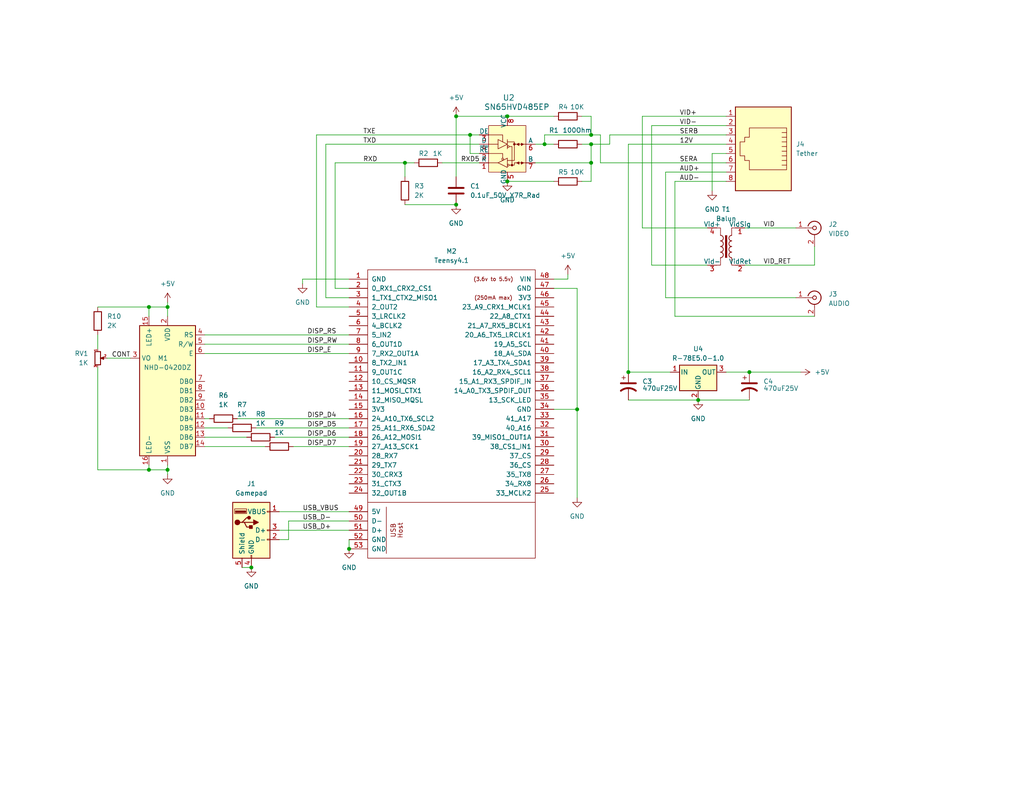
<source format=kicad_sch>
(kicad_sch (version 20230121) (generator eeschema)

  (uuid 8f79ebf7-442f-46e3-990d-fc0928b401ed)

  (paper "A")

  (title_block
    (title "Rovotron Top Board")
    (date "2024-01-23")
    (rev "C")
    (company "Cathode Corner")
  )

  (lib_symbols
    (symbol "Connector:8P8C" (pin_names (offset 1.016)) (in_bom yes) (on_board yes)
      (property "Reference" "J" (at -5.08 13.97 0)
        (effects (font (size 1.27 1.27)) (justify right))
      )
      (property "Value" "8P8C" (at 2.54 13.97 0)
        (effects (font (size 1.27 1.27)) (justify left))
      )
      (property "Footprint" "" (at 0 0.635 90)
        (effects (font (size 1.27 1.27)) hide)
      )
      (property "Datasheet" "~" (at 0 0.635 90)
        (effects (font (size 1.27 1.27)) hide)
      )
      (property "ki_keywords" "8P8C RJ socket connector" (at 0 0 0)
        (effects (font (size 1.27 1.27)) hide)
      )
      (property "ki_description" "RJ connector, 8P8C (8 positions 8 connected), RJ31/RJ32/RJ33/RJ34/RJ35/RJ41/RJ45/RJ49/RJ61" (at 0 0 0)
        (effects (font (size 1.27 1.27)) hide)
      )
      (property "ki_fp_filters" "8P8C* RJ31* RJ32* RJ33* RJ34* RJ35* RJ41* RJ45* RJ49* RJ61*" (at 0 0 0)
        (effects (font (size 1.27 1.27)) hide)
      )
      (symbol "8P8C_0_1"
        (polyline
          (pts
            (xy -5.08 4.445)
            (xy -6.35 4.445)
          )
          (stroke (width 0) (type default))
          (fill (type none))
        )
        (polyline
          (pts
            (xy -5.08 5.715)
            (xy -6.35 5.715)
          )
          (stroke (width 0) (type default))
          (fill (type none))
        )
        (polyline
          (pts
            (xy -6.35 -3.175)
            (xy -5.08 -3.175)
            (xy -5.08 -3.175)
          )
          (stroke (width 0) (type default))
          (fill (type none))
        )
        (polyline
          (pts
            (xy -6.35 -1.905)
            (xy -5.08 -1.905)
            (xy -5.08 -1.905)
          )
          (stroke (width 0) (type default))
          (fill (type none))
        )
        (polyline
          (pts
            (xy -6.35 -0.635)
            (xy -5.08 -0.635)
            (xy -5.08 -0.635)
          )
          (stroke (width 0) (type default))
          (fill (type none))
        )
        (polyline
          (pts
            (xy -6.35 0.635)
            (xy -5.08 0.635)
            (xy -5.08 0.635)
          )
          (stroke (width 0) (type default))
          (fill (type none))
        )
        (polyline
          (pts
            (xy -6.35 1.905)
            (xy -5.08 1.905)
            (xy -5.08 1.905)
          )
          (stroke (width 0) (type default))
          (fill (type none))
        )
        (polyline
          (pts
            (xy -5.08 3.175)
            (xy -6.35 3.175)
            (xy -6.35 3.175)
          )
          (stroke (width 0) (type default))
          (fill (type none))
        )
        (polyline
          (pts
            (xy -6.35 -4.445)
            (xy -6.35 6.985)
            (xy 3.81 6.985)
            (xy 3.81 4.445)
            (xy 5.08 4.445)
            (xy 5.08 3.175)
            (xy 6.35 3.175)
            (xy 6.35 -0.635)
            (xy 5.08 -0.635)
            (xy 5.08 -1.905)
            (xy 3.81 -1.905)
            (xy 3.81 -4.445)
            (xy -6.35 -4.445)
            (xy -6.35 -4.445)
          )
          (stroke (width 0) (type default))
          (fill (type none))
        )
        (rectangle (start 7.62 12.7) (end -7.62 -10.16)
          (stroke (width 0.254) (type default))
          (fill (type background))
        )
      )
      (symbol "8P8C_1_1"
        (pin passive line (at 10.16 -7.62 180) (length 2.54)
          (name "~" (effects (font (size 1.27 1.27))))
          (number "1" (effects (font (size 1.27 1.27))))
        )
        (pin passive line (at 10.16 -5.08 180) (length 2.54)
          (name "~" (effects (font (size 1.27 1.27))))
          (number "2" (effects (font (size 1.27 1.27))))
        )
        (pin passive line (at 10.16 -2.54 180) (length 2.54)
          (name "~" (effects (font (size 1.27 1.27))))
          (number "3" (effects (font (size 1.27 1.27))))
        )
        (pin passive line (at 10.16 0 180) (length 2.54)
          (name "~" (effects (font (size 1.27 1.27))))
          (number "4" (effects (font (size 1.27 1.27))))
        )
        (pin passive line (at 10.16 2.54 180) (length 2.54)
          (name "~" (effects (font (size 1.27 1.27))))
          (number "5" (effects (font (size 1.27 1.27))))
        )
        (pin passive line (at 10.16 5.08 180) (length 2.54)
          (name "~" (effects (font (size 1.27 1.27))))
          (number "6" (effects (font (size 1.27 1.27))))
        )
        (pin passive line (at 10.16 7.62 180) (length 2.54)
          (name "~" (effects (font (size 1.27 1.27))))
          (number "7" (effects (font (size 1.27 1.27))))
        )
        (pin passive line (at 10.16 10.16 180) (length 2.54)
          (name "~" (effects (font (size 1.27 1.27))))
          (number "8" (effects (font (size 1.27 1.27))))
        )
      )
    )
    (symbol "Connector:Conn_Coaxial" (pin_names (offset 1.016) hide) (in_bom yes) (on_board yes)
      (property "Reference" "J" (at 0.254 3.048 0)
        (effects (font (size 1.27 1.27)))
      )
      (property "Value" "Conn_Coaxial" (at 2.921 0 90)
        (effects (font (size 1.27 1.27)))
      )
      (property "Footprint" "" (at 0 0 0)
        (effects (font (size 1.27 1.27)) hide)
      )
      (property "Datasheet" " ~" (at 0 0 0)
        (effects (font (size 1.27 1.27)) hide)
      )
      (property "ki_keywords" "BNC SMA SMB SMC LEMO coaxial connector CINCH RCA" (at 0 0 0)
        (effects (font (size 1.27 1.27)) hide)
      )
      (property "ki_description" "coaxial connector (BNC, SMA, SMB, SMC, Cinch/RCA, LEMO, ...)" (at 0 0 0)
        (effects (font (size 1.27 1.27)) hide)
      )
      (property "ki_fp_filters" "*BNC* *SMA* *SMB* *SMC* *Cinch* *LEMO*" (at 0 0 0)
        (effects (font (size 1.27 1.27)) hide)
      )
      (symbol "Conn_Coaxial_0_1"
        (arc (start -1.778 -0.508) (mid 0.2311 -1.8066) (end 1.778 0)
          (stroke (width 0.254) (type default))
          (fill (type none))
        )
        (polyline
          (pts
            (xy -2.54 0)
            (xy -0.508 0)
          )
          (stroke (width 0) (type default))
          (fill (type none))
        )
        (polyline
          (pts
            (xy 0 -2.54)
            (xy 0 -1.778)
          )
          (stroke (width 0) (type default))
          (fill (type none))
        )
        (circle (center 0 0) (radius 0.508)
          (stroke (width 0.2032) (type default))
          (fill (type none))
        )
        (arc (start 1.778 0) (mid 0.2099 1.8101) (end -1.778 0.508)
          (stroke (width 0.254) (type default))
          (fill (type none))
        )
      )
      (symbol "Conn_Coaxial_1_1"
        (pin passive line (at -5.08 0 0) (length 2.54)
          (name "In" (effects (font (size 1.27 1.27))))
          (number "1" (effects (font (size 1.27 1.27))))
        )
        (pin passive line (at 0 -5.08 90) (length 2.54)
          (name "Ext" (effects (font (size 1.27 1.27))))
          (number "2" (effects (font (size 1.27 1.27))))
        )
      )
    )
    (symbol "Connector:USB_A" (pin_names (offset 1.016)) (in_bom yes) (on_board yes)
      (property "Reference" "J" (at -5.08 11.43 0)
        (effects (font (size 1.27 1.27)) (justify left))
      )
      (property "Value" "USB_A" (at -5.08 8.89 0)
        (effects (font (size 1.27 1.27)) (justify left))
      )
      (property "Footprint" "" (at 3.81 -1.27 0)
        (effects (font (size 1.27 1.27)) hide)
      )
      (property "Datasheet" " ~" (at 3.81 -1.27 0)
        (effects (font (size 1.27 1.27)) hide)
      )
      (property "ki_keywords" "connector USB" (at 0 0 0)
        (effects (font (size 1.27 1.27)) hide)
      )
      (property "ki_description" "USB Type A connector" (at 0 0 0)
        (effects (font (size 1.27 1.27)) hide)
      )
      (property "ki_fp_filters" "USB*" (at 0 0 0)
        (effects (font (size 1.27 1.27)) hide)
      )
      (symbol "USB_A_0_1"
        (rectangle (start -5.08 -7.62) (end 5.08 7.62)
          (stroke (width 0.254) (type default))
          (fill (type background))
        )
        (circle (center -3.81 2.159) (radius 0.635)
          (stroke (width 0.254) (type default))
          (fill (type outline))
        )
        (rectangle (start -1.524 4.826) (end -4.318 5.334)
          (stroke (width 0) (type default))
          (fill (type outline))
        )
        (rectangle (start -1.27 4.572) (end -4.572 5.842)
          (stroke (width 0) (type default))
          (fill (type none))
        )
        (circle (center -0.635 3.429) (radius 0.381)
          (stroke (width 0.254) (type default))
          (fill (type outline))
        )
        (rectangle (start -0.127 -7.62) (end 0.127 -6.858)
          (stroke (width 0) (type default))
          (fill (type none))
        )
        (polyline
          (pts
            (xy -3.175 2.159)
            (xy -2.54 2.159)
            (xy -1.27 3.429)
            (xy -0.635 3.429)
          )
          (stroke (width 0.254) (type default))
          (fill (type none))
        )
        (polyline
          (pts
            (xy -2.54 2.159)
            (xy -1.905 2.159)
            (xy -1.27 0.889)
            (xy 0 0.889)
          )
          (stroke (width 0.254) (type default))
          (fill (type none))
        )
        (polyline
          (pts
            (xy 0.635 2.794)
            (xy 0.635 1.524)
            (xy 1.905 2.159)
            (xy 0.635 2.794)
          )
          (stroke (width 0.254) (type default))
          (fill (type outline))
        )
        (rectangle (start 0.254 1.27) (end -0.508 0.508)
          (stroke (width 0.254) (type default))
          (fill (type outline))
        )
        (rectangle (start 5.08 -2.667) (end 4.318 -2.413)
          (stroke (width 0) (type default))
          (fill (type none))
        )
        (rectangle (start 5.08 -0.127) (end 4.318 0.127)
          (stroke (width 0) (type default))
          (fill (type none))
        )
        (rectangle (start 5.08 4.953) (end 4.318 5.207)
          (stroke (width 0) (type default))
          (fill (type none))
        )
      )
      (symbol "USB_A_1_1"
        (polyline
          (pts
            (xy -1.905 2.159)
            (xy 0.635 2.159)
          )
          (stroke (width 0.254) (type default))
          (fill (type none))
        )
        (pin power_in line (at 7.62 5.08 180) (length 2.54)
          (name "VBUS" (effects (font (size 1.27 1.27))))
          (number "1" (effects (font (size 1.27 1.27))))
        )
        (pin bidirectional line (at 7.62 -2.54 180) (length 2.54)
          (name "D-" (effects (font (size 1.27 1.27))))
          (number "2" (effects (font (size 1.27 1.27))))
        )
        (pin bidirectional line (at 7.62 0 180) (length 2.54)
          (name "D+" (effects (font (size 1.27 1.27))))
          (number "3" (effects (font (size 1.27 1.27))))
        )
        (pin power_in line (at 0 -10.16 90) (length 2.54)
          (name "GND" (effects (font (size 1.27 1.27))))
          (number "4" (effects (font (size 1.27 1.27))))
        )
        (pin passive line (at -2.54 -10.16 90) (length 2.54)
          (name "Shield" (effects (font (size 1.27 1.27))))
          (number "5" (effects (font (size 1.27 1.27))))
        )
      )
    )
    (symbol "Device:C" (pin_numbers hide) (pin_names (offset 0.254)) (in_bom yes) (on_board yes)
      (property "Reference" "C" (at 0.635 2.54 0)
        (effects (font (size 1.27 1.27)) (justify left))
      )
      (property "Value" "C" (at 0.635 -2.54 0)
        (effects (font (size 1.27 1.27)) (justify left))
      )
      (property "Footprint" "" (at 0.9652 -3.81 0)
        (effects (font (size 1.27 1.27)) hide)
      )
      (property "Datasheet" "~" (at 0 0 0)
        (effects (font (size 1.27 1.27)) hide)
      )
      (property "ki_keywords" "cap capacitor" (at 0 0 0)
        (effects (font (size 1.27 1.27)) hide)
      )
      (property "ki_description" "Unpolarized capacitor" (at 0 0 0)
        (effects (font (size 1.27 1.27)) hide)
      )
      (property "ki_fp_filters" "C_*" (at 0 0 0)
        (effects (font (size 1.27 1.27)) hide)
      )
      (symbol "C_0_1"
        (polyline
          (pts
            (xy -2.032 -0.762)
            (xy 2.032 -0.762)
          )
          (stroke (width 0.508) (type default))
          (fill (type none))
        )
        (polyline
          (pts
            (xy -2.032 0.762)
            (xy 2.032 0.762)
          )
          (stroke (width 0.508) (type default))
          (fill (type none))
        )
      )
      (symbol "C_1_1"
        (pin passive line (at 0 3.81 270) (length 2.794)
          (name "~" (effects (font (size 1.27 1.27))))
          (number "1" (effects (font (size 1.27 1.27))))
        )
        (pin passive line (at 0 -3.81 90) (length 2.794)
          (name "~" (effects (font (size 1.27 1.27))))
          (number "2" (effects (font (size 1.27 1.27))))
        )
      )
    )
    (symbol "Device:C_Polarized_US" (pin_numbers hide) (pin_names (offset 0.254) hide) (in_bom yes) (on_board yes)
      (property "Reference" "C" (at 0.635 2.54 0)
        (effects (font (size 1.27 1.27)) (justify left))
      )
      (property "Value" "C_Polarized_US" (at 0.635 -2.54 0)
        (effects (font (size 1.27 1.27)) (justify left))
      )
      (property "Footprint" "" (at 0 0 0)
        (effects (font (size 1.27 1.27)) hide)
      )
      (property "Datasheet" "~" (at 0 0 0)
        (effects (font (size 1.27 1.27)) hide)
      )
      (property "ki_keywords" "cap capacitor" (at 0 0 0)
        (effects (font (size 1.27 1.27)) hide)
      )
      (property "ki_description" "Polarized capacitor, US symbol" (at 0 0 0)
        (effects (font (size 1.27 1.27)) hide)
      )
      (property "ki_fp_filters" "CP_*" (at 0 0 0)
        (effects (font (size 1.27 1.27)) hide)
      )
      (symbol "C_Polarized_US_0_1"
        (polyline
          (pts
            (xy -2.032 0.762)
            (xy 2.032 0.762)
          )
          (stroke (width 0.508) (type default))
          (fill (type none))
        )
        (polyline
          (pts
            (xy -1.778 2.286)
            (xy -0.762 2.286)
          )
          (stroke (width 0) (type default))
          (fill (type none))
        )
        (polyline
          (pts
            (xy -1.27 1.778)
            (xy -1.27 2.794)
          )
          (stroke (width 0) (type default))
          (fill (type none))
        )
        (arc (start 2.032 -1.27) (mid 0 -0.5572) (end -2.032 -1.27)
          (stroke (width 0.508) (type default))
          (fill (type none))
        )
      )
      (symbol "C_Polarized_US_1_1"
        (pin passive line (at 0 3.81 270) (length 2.794)
          (name "~" (effects (font (size 1.27 1.27))))
          (number "1" (effects (font (size 1.27 1.27))))
        )
        (pin passive line (at 0 -3.81 90) (length 3.302)
          (name "~" (effects (font (size 1.27 1.27))))
          (number "2" (effects (font (size 1.27 1.27))))
        )
      )
    )
    (symbol "Device:R" (pin_numbers hide) (pin_names (offset 0)) (in_bom yes) (on_board yes)
      (property "Reference" "R" (at 2.032 0 90)
        (effects (font (size 1.27 1.27)))
      )
      (property "Value" "R" (at 0 0 90)
        (effects (font (size 1.27 1.27)))
      )
      (property "Footprint" "" (at -1.778 0 90)
        (effects (font (size 1.27 1.27)) hide)
      )
      (property "Datasheet" "~" (at 0 0 0)
        (effects (font (size 1.27 1.27)) hide)
      )
      (property "ki_keywords" "R res resistor" (at 0 0 0)
        (effects (font (size 1.27 1.27)) hide)
      )
      (property "ki_description" "Resistor" (at 0 0 0)
        (effects (font (size 1.27 1.27)) hide)
      )
      (property "ki_fp_filters" "R_*" (at 0 0 0)
        (effects (font (size 1.27 1.27)) hide)
      )
      (symbol "R_0_1"
        (rectangle (start -1.016 -2.54) (end 1.016 2.54)
          (stroke (width 0.254) (type default))
          (fill (type none))
        )
      )
      (symbol "R_1_1"
        (pin passive line (at 0 3.81 270) (length 1.27)
          (name "~" (effects (font (size 1.27 1.27))))
          (number "1" (effects (font (size 1.27 1.27))))
        )
        (pin passive line (at 0 -3.81 90) (length 1.27)
          (name "~" (effects (font (size 1.27 1.27))))
          (number "2" (effects (font (size 1.27 1.27))))
        )
      )
    )
    (symbol "Device:R_Potentiometer_Small" (pin_names (offset 1.016) hide) (in_bom yes) (on_board yes)
      (property "Reference" "RV" (at -4.445 0 90)
        (effects (font (size 1.27 1.27)))
      )
      (property "Value" "R_Potentiometer_Small" (at -2.54 0 90)
        (effects (font (size 1.27 1.27)))
      )
      (property "Footprint" "" (at 0 0 0)
        (effects (font (size 1.27 1.27)) hide)
      )
      (property "Datasheet" "~" (at 0 0 0)
        (effects (font (size 1.27 1.27)) hide)
      )
      (property "ki_keywords" "resistor variable" (at 0 0 0)
        (effects (font (size 1.27 1.27)) hide)
      )
      (property "ki_description" "Potentiometer" (at 0 0 0)
        (effects (font (size 1.27 1.27)) hide)
      )
      (property "ki_fp_filters" "Potentiometer*" (at 0 0 0)
        (effects (font (size 1.27 1.27)) hide)
      )
      (symbol "R_Potentiometer_Small_0_1"
        (polyline
          (pts
            (xy 0.889 0)
            (xy 0.635 0)
            (xy 1.651 0.381)
            (xy 1.651 -0.381)
            (xy 0.635 0)
            (xy 0.889 0)
          )
          (stroke (width 0) (type default))
          (fill (type outline))
        )
        (rectangle (start 0.762 1.8034) (end -0.762 -1.8034)
          (stroke (width 0.254) (type default))
          (fill (type none))
        )
      )
      (symbol "R_Potentiometer_Small_1_1"
        (pin passive line (at 0 2.54 270) (length 0.635)
          (name "1" (effects (font (size 0.635 0.635))))
          (number "1" (effects (font (size 0.635 0.635))))
        )
        (pin passive line (at 2.54 0 180) (length 0.9906)
          (name "2" (effects (font (size 0.635 0.635))))
          (number "2" (effects (font (size 0.635 0.635))))
        )
        (pin passive line (at 0 -2.54 90) (length 0.635)
          (name "3" (effects (font (size 0.635 0.635))))
          (number "3" (effects (font (size 0.635 0.635))))
        )
      )
    )
    (symbol "Regulator_Switching:R-78E5.0-1.0" (pin_names (offset 0.254)) (in_bom yes) (on_board yes)
      (property "Reference" "U" (at -3.81 3.175 0)
        (effects (font (size 1.27 1.27)))
      )
      (property "Value" "R-78E5.0-1.0" (at 0 3.175 0)
        (effects (font (size 1.27 1.27)) (justify left))
      )
      (property "Footprint" "Converter_DCDC:Converter_DCDC_RECOM_R-78E-0.5_THT" (at 1.27 -6.35 0)
        (effects (font (size 1.27 1.27) italic) (justify left) hide)
      )
      (property "Datasheet" "https://www.recom-power.com/pdf/Innoline/R-78Exx-1.0.pdf" (at 0 0 0)
        (effects (font (size 1.27 1.27)) hide)
      )
      (property "ki_keywords" "dc-dc recom Step-Down DC/DC-Regulator" (at 0 0 0)
        (effects (font (size 1.27 1.27)) hide)
      )
      (property "ki_description" "1A Step-Down DC/DC-Regulator, 7-28V input, 5V fixed Output Voltage, LM78xx replacement, -40°C to +85°C, SIP3" (at 0 0 0)
        (effects (font (size 1.27 1.27)) hide)
      )
      (property "ki_fp_filters" "Converter*DCDC*RECOM*R*78E*0.5*" (at 0 0 0)
        (effects (font (size 1.27 1.27)) hide)
      )
      (symbol "R-78E5.0-1.0_0_1"
        (rectangle (start -5.08 1.905) (end 5.08 -5.08)
          (stroke (width 0.254) (type default))
          (fill (type background))
        )
      )
      (symbol "R-78E5.0-1.0_1_1"
        (pin power_in line (at -7.62 0 0) (length 2.54)
          (name "IN" (effects (font (size 1.27 1.27))))
          (number "1" (effects (font (size 1.27 1.27))))
        )
        (pin power_in line (at 0 -7.62 90) (length 2.54)
          (name "GND" (effects (font (size 1.27 1.27))))
          (number "2" (effects (font (size 1.27 1.27))))
        )
        (pin power_out line (at 7.62 0 180) (length 2.54)
          (name "OUT" (effects (font (size 1.27 1.27))))
          (number "3" (effects (font (size 1.27 1.27))))
        )
      )
    )
    (symbol "Rovo:NHD-0420HDZ" (in_bom yes) (on_board yes)
      (property "Reference" "U" (at -6.35 19.05 0)
        (effects (font (size 1.27 1.27)))
      )
      (property "Value" "NHD-0420DZ" (at 5.08 19.05 0)
        (effects (font (size 1.27 1.27)) (justify left))
      )
      (property "Footprint" "Rovo:NHD-0420DZ" (at 0 -22.86 0)
        (effects (font (size 1.27 1.27)) hide)
      )
      (property "Datasheet" "https://newhavendisplay.com/4x20-character-lcd-fstn-display-dz-with-white-side-backlight/" (at 2.54 -2.54 0)
        (effects (font (size 1.27 1.27)) hide)
      )
      (property "ki_keywords" "display LCD 20x4" (at 0 0 0)
        (effects (font (size 1.27 1.27)) hide)
      )
      (property "ki_description" "LCD 20x4 Alphanumeric 16pin Blue/White/Green Backlight, 8bit parallel" (at 0 0 0)
        (effects (font (size 1.27 1.27)) hide)
      )
      (property "ki_fp_filters" "NHD*0420H1Z*" (at 0 0 0)
        (effects (font (size 1.27 1.27)) hide)
      )
      (symbol "NHD-0420HDZ_0_1"
        (rectangle (start -7.62 17.78) (end 7.62 -17.78)
          (stroke (width 0.254) (type default))
          (fill (type background))
        )
      )
      (symbol "NHD-0420HDZ_1_1"
        (pin power_in line (at 0 -20.32 90) (length 2.54)
          (name "VSS" (effects (font (size 1.27 1.27))))
          (number "1" (effects (font (size 1.27 1.27))))
        )
        (pin bidirectional line (at -10.16 -5.08 0) (length 2.54)
          (name "DB3" (effects (font (size 1.27 1.27))))
          (number "10" (effects (font (size 1.27 1.27))))
        )
        (pin bidirectional line (at -10.16 -7.62 0) (length 2.54)
          (name "DB4" (effects (font (size 1.27 1.27))))
          (number "11" (effects (font (size 1.27 1.27))))
        )
        (pin bidirectional line (at -10.16 -10.16 0) (length 2.54)
          (name "DB5" (effects (font (size 1.27 1.27))))
          (number "12" (effects (font (size 1.27 1.27))))
        )
        (pin bidirectional line (at -10.16 -12.7 0) (length 2.54)
          (name "DB6" (effects (font (size 1.27 1.27))))
          (number "13" (effects (font (size 1.27 1.27))))
        )
        (pin bidirectional line (at -10.16 -15.24 0) (length 2.54)
          (name "DB7" (effects (font (size 1.27 1.27))))
          (number "14" (effects (font (size 1.27 1.27))))
        )
        (pin passive line (at 5.08 20.32 270) (length 2.54)
          (name "LED+" (effects (font (size 1.27 1.27))))
          (number "15" (effects (font (size 1.27 1.27))))
        )
        (pin passive line (at 5.08 -20.32 90) (length 2.54)
          (name "LED-" (effects (font (size 1.27 1.27))))
          (number "16" (effects (font (size 1.27 1.27))))
        )
        (pin power_in line (at 0 20.32 270) (length 2.54)
          (name "VDD" (effects (font (size 1.27 1.27))))
          (number "2" (effects (font (size 1.27 1.27))))
        )
        (pin power_in line (at 10.16 8.89 180) (length 2.54)
          (name "VO" (effects (font (size 1.27 1.27))))
          (number "3" (effects (font (size 1.27 1.27))))
        )
        (pin input line (at -10.16 15.24 0) (length 2.54)
          (name "RS" (effects (font (size 1.27 1.27))))
          (number "4" (effects (font (size 1.27 1.27))))
        )
        (pin input line (at -10.16 12.7 0) (length 2.54)
          (name "R/W" (effects (font (size 1.27 1.27))))
          (number "5" (effects (font (size 1.27 1.27))))
        )
        (pin input line (at -10.16 10.16 0) (length 2.54)
          (name "E" (effects (font (size 1.27 1.27))))
          (number "6" (effects (font (size 1.27 1.27))))
        )
        (pin bidirectional line (at -10.16 2.54 0) (length 2.54)
          (name "DB0" (effects (font (size 1.27 1.27))))
          (number "7" (effects (font (size 1.27 1.27))))
        )
        (pin bidirectional line (at -10.16 0 0) (length 2.54)
          (name "DB1" (effects (font (size 1.27 1.27))))
          (number "8" (effects (font (size 1.27 1.27))))
        )
        (pin bidirectional line (at -10.16 -2.54 0) (length 2.54)
          (name "DB2" (effects (font (size 1.27 1.27))))
          (number "9" (effects (font (size 1.27 1.27))))
        )
      )
    )
    (symbol "Rovo:Teensy4.1_48_5" (pin_names (offset 1.016)) (in_bom yes) (on_board yes)
      (property "Reference" "U" (at 0 60.96 0)
        (effects (font (size 1.27 1.27)))
      )
      (property "Value" "Teensy4.1" (at 0 58.42 0)
        (effects (font (size 1.27 1.27)))
      )
      (property "Footprint" "" (at -10.16 10.16 0)
        (effects (font (size 1.27 1.27)) hide)
      )
      (property "Datasheet" "" (at -10.16 10.16 0)
        (effects (font (size 1.27 1.27)) hide)
      )
      (symbol "Teensy4.1_48_5_0_0"
        (polyline
          (pts
            (xy -22.86 -6.35)
            (xy 22.86 -6.35)
          )
          (stroke (width 0) (type solid))
          (fill (type none))
        )
        (polyline
          (pts
            (xy -17.78 -20.32)
            (xy -17.78 -7.62)
          )
          (stroke (width 0) (type solid))
          (fill (type none))
        )
        (text "(250mA max)" (at 11.43 49.53 0)
          (effects (font (size 1.016 1.016)))
        )
        (text "(3.6v to 5.5v)" (at 11.43 54.61 0)
          (effects (font (size 1.016 1.016)))
        )
        (text "Host" (at -13.97 -13.97 900)
          (effects (font (size 1.27 1.27)))
        )
        (text "USB" (at -15.875 -13.97 900)
          (effects (font (size 1.27 1.27)))
        )
        (pin bidirectional line (at -27.94 31.75 0) (length 5.08)
          (name "8_TX2_IN1" (effects (font (size 1.27 1.27))))
          (number "10" (effects (font (size 1.27 1.27))))
        )
        (pin bidirectional line (at -27.94 29.21 0) (length 5.08)
          (name "9_OUT1C" (effects (font (size 1.27 1.27))))
          (number "11" (effects (font (size 1.27 1.27))))
        )
        (pin bidirectional line (at -27.94 26.67 0) (length 5.08)
          (name "10_CS_MQSR" (effects (font (size 1.27 1.27))))
          (number "12" (effects (font (size 1.27 1.27))))
        )
        (pin bidirectional line (at -27.94 24.13 0) (length 5.08)
          (name "11_MOSI_CTX1" (effects (font (size 1.27 1.27))))
          (number "13" (effects (font (size 1.27 1.27))))
        )
        (pin bidirectional line (at -27.94 21.59 0) (length 5.08)
          (name "12_MISO_MQSL" (effects (font (size 1.27 1.27))))
          (number "14" (effects (font (size 1.27 1.27))))
        )
        (pin power_in line (at -27.94 19.05 0) (length 5.08)
          (name "3V3" (effects (font (size 1.27 1.27))))
          (number "15" (effects (font (size 1.27 1.27))))
        )
        (pin bidirectional line (at -27.94 16.51 0) (length 5.08)
          (name "24_A10_TX6_SCL2" (effects (font (size 1.27 1.27))))
          (number "16" (effects (font (size 1.27 1.27))))
        )
        (pin bidirectional line (at -27.94 13.97 0) (length 5.08)
          (name "25_A11_RX6_SDA2" (effects (font (size 1.27 1.27))))
          (number "17" (effects (font (size 1.27 1.27))))
        )
        (pin bidirectional line (at -27.94 11.43 0) (length 5.08)
          (name "26_A12_MOSI1" (effects (font (size 1.27 1.27))))
          (number "18" (effects (font (size 1.27 1.27))))
        )
        (pin bidirectional line (at -27.94 8.89 0) (length 5.08)
          (name "27_A13_SCK1" (effects (font (size 1.27 1.27))))
          (number "19" (effects (font (size 1.27 1.27))))
        )
        (pin bidirectional line (at -27.94 6.35 0) (length 5.08)
          (name "28_RX7" (effects (font (size 1.27 1.27))))
          (number "20" (effects (font (size 1.27 1.27))))
        )
        (pin bidirectional line (at -27.94 3.81 0) (length 5.08)
          (name "29_TX7" (effects (font (size 1.27 1.27))))
          (number "21" (effects (font (size 1.27 1.27))))
        )
        (pin bidirectional line (at -27.94 1.27 0) (length 5.08)
          (name "30_CRX3" (effects (font (size 1.27 1.27))))
          (number "22" (effects (font (size 1.27 1.27))))
        )
        (pin bidirectional line (at -27.94 -1.27 0) (length 5.08)
          (name "31_CTX3" (effects (font (size 1.27 1.27))))
          (number "23" (effects (font (size 1.27 1.27))))
        )
        (pin bidirectional line (at -27.94 -3.81 0) (length 5.08)
          (name "32_OUT1B" (effects (font (size 1.27 1.27))))
          (number "24" (effects (font (size 1.27 1.27))))
        )
        (pin bidirectional line (at 27.94 -3.81 180) (length 5.08)
          (name "33_MCLK2" (effects (font (size 1.27 1.27))))
          (number "25" (effects (font (size 1.27 1.27))))
        )
        (pin bidirectional line (at 27.94 -1.27 180) (length 5.08)
          (name "34_RX8" (effects (font (size 1.27 1.27))))
          (number "26" (effects (font (size 1.27 1.27))))
        )
        (pin bidirectional line (at 27.94 1.27 180) (length 5.08)
          (name "35_TX8" (effects (font (size 1.27 1.27))))
          (number "27" (effects (font (size 1.27 1.27))))
        )
        (pin bidirectional line (at 27.94 3.81 180) (length 5.08)
          (name "36_CS" (effects (font (size 1.27 1.27))))
          (number "28" (effects (font (size 1.27 1.27))))
        )
        (pin bidirectional line (at 27.94 6.35 180) (length 5.08)
          (name "37_CS" (effects (font (size 1.27 1.27))))
          (number "29" (effects (font (size 1.27 1.27))))
        )
        (pin bidirectional line (at 27.94 8.89 180) (length 5.08)
          (name "38_CS1_IN1" (effects (font (size 1.27 1.27))))
          (number "30" (effects (font (size 1.27 1.27))))
        )
        (pin bidirectional line (at 27.94 11.43 180) (length 5.08)
          (name "39_MISO1_OUT1A" (effects (font (size 1.27 1.27))))
          (number "31" (effects (font (size 1.27 1.27))))
        )
        (pin bidirectional line (at 27.94 13.97 180) (length 5.08)
          (name "40_A16" (effects (font (size 1.27 1.27))))
          (number "32" (effects (font (size 1.27 1.27))))
        )
        (pin bidirectional line (at 27.94 16.51 180) (length 5.08)
          (name "41_A17" (effects (font (size 1.27 1.27))))
          (number "33" (effects (font (size 1.27 1.27))))
        )
        (pin bidirectional line (at 27.94 21.59 180) (length 5.08)
          (name "13_SCK_LED" (effects (font (size 1.27 1.27))))
          (number "35" (effects (font (size 1.27 1.27))))
        )
        (pin bidirectional line (at 27.94 24.13 180) (length 5.08)
          (name "14_A0_TX3_SPDIF_OUT" (effects (font (size 1.27 1.27))))
          (number "36" (effects (font (size 1.27 1.27))))
        )
        (pin bidirectional line (at 27.94 26.67 180) (length 5.08)
          (name "15_A1_RX3_SPDIF_IN" (effects (font (size 1.27 1.27))))
          (number "37" (effects (font (size 1.27 1.27))))
        )
        (pin bidirectional line (at 27.94 29.21 180) (length 5.08)
          (name "16_A2_RX4_SCL1" (effects (font (size 1.27 1.27))))
          (number "38" (effects (font (size 1.27 1.27))))
        )
        (pin bidirectional line (at 27.94 31.75 180) (length 5.08)
          (name "17_A3_TX4_SDA1" (effects (font (size 1.27 1.27))))
          (number "39" (effects (font (size 1.27 1.27))))
        )
        (pin bidirectional line (at 27.94 34.29 180) (length 5.08)
          (name "18_A4_SDA" (effects (font (size 1.27 1.27))))
          (number "40" (effects (font (size 1.27 1.27))))
        )
        (pin bidirectional line (at 27.94 36.83 180) (length 5.08)
          (name "19_A5_SCL" (effects (font (size 1.27 1.27))))
          (number "41" (effects (font (size 1.27 1.27))))
        )
        (pin bidirectional line (at 27.94 39.37 180) (length 5.08)
          (name "20_A6_TX5_LRCLK1" (effects (font (size 1.27 1.27))))
          (number "42" (effects (font (size 1.27 1.27))))
        )
        (pin bidirectional line (at 27.94 41.91 180) (length 5.08)
          (name "21_A7_RX5_BCLK1" (effects (font (size 1.27 1.27))))
          (number "43" (effects (font (size 1.27 1.27))))
        )
        (pin bidirectional line (at 27.94 44.45 180) (length 5.08)
          (name "22_A8_CTX1" (effects (font (size 1.27 1.27))))
          (number "44" (effects (font (size 1.27 1.27))))
        )
        (pin bidirectional line (at 27.94 46.99 180) (length 5.08)
          (name "23_A9_CRX1_MCLK1" (effects (font (size 1.27 1.27))))
          (number "45" (effects (font (size 1.27 1.27))))
        )
        (pin output line (at 27.94 49.53 180) (length 5.08)
          (name "3V3" (effects (font (size 1.27 1.27))))
          (number "46" (effects (font (size 1.27 1.27))))
        )
        (pin output line (at 27.94 52.07 180) (length 5.08)
          (name "GND" (effects (font (size 1.27 1.27))))
          (number "47" (effects (font (size 1.27 1.27))))
        )
        (pin power_in line (at 27.94 54.61 180) (length 5.08)
          (name "VIN" (effects (font (size 1.27 1.27))))
          (number "48" (effects (font (size 1.27 1.27))))
        )
        (pin bidirectional line (at -27.94 44.45 0) (length 5.08)
          (name "3_LRCLK2" (effects (font (size 1.27 1.27))))
          (number "5" (effects (font (size 1.27 1.27))))
        )
        (pin bidirectional line (at -27.94 41.91 0) (length 5.08)
          (name "4_BCLK2" (effects (font (size 1.27 1.27))))
          (number "6" (effects (font (size 1.27 1.27))))
        )
        (pin bidirectional line (at -27.94 39.37 0) (length 5.08)
          (name "5_IN2" (effects (font (size 1.27 1.27))))
          (number "7" (effects (font (size 1.27 1.27))))
        )
        (pin bidirectional line (at -27.94 36.83 0) (length 5.08)
          (name "6_OUT1D" (effects (font (size 1.27 1.27))))
          (number "8" (effects (font (size 1.27 1.27))))
        )
        (pin bidirectional line (at -27.94 34.29 0) (length 5.08)
          (name "7_RX2_OUT1A" (effects (font (size 1.27 1.27))))
          (number "9" (effects (font (size 1.27 1.27))))
        )
      )
      (symbol "Teensy4.1_48_5_0_1"
        (rectangle (start -22.86 57.15) (end 22.86 -21.59)
          (stroke (width 0) (type solid))
          (fill (type none))
        )
        (rectangle (start -20.32 -1.27) (end -20.32 -1.27)
          (stroke (width 0) (type solid))
          (fill (type none))
        )
      )
      (symbol "Teensy4.1_48_5_1_0"
        (pin power_out line (at -27.94 -8.89 0) (length 5.08)
          (name "5V" (effects (font (size 1.27 1.27))))
          (number "49" (effects (font (size 1.27 1.27))))
        )
        (pin bidirectional line (at -27.94 -11.43 0) (length 5.08)
          (name "D-" (effects (font (size 1.27 1.27))))
          (number "50" (effects (font (size 1.27 1.27))))
        )
        (pin bidirectional line (at -27.94 -13.97 0) (length 5.08)
          (name "D+" (effects (font (size 1.27 1.27))))
          (number "51" (effects (font (size 1.27 1.27))))
        )
        (pin power_in line (at -27.94 -16.51 0) (length 5.08)
          (name "GND" (effects (font (size 1.27 1.27))))
          (number "52" (effects (font (size 1.27 1.27))))
        )
        (pin power_in line (at -27.94 -19.05 0) (length 5.08)
          (name "GND" (effects (font (size 1.27 1.27))))
          (number "53" (effects (font (size 1.27 1.27))))
        )
      )
      (symbol "Teensy4.1_48_5_1_1"
        (pin power_in line (at -27.94 54.61 0) (length 5.08)
          (name "GND" (effects (font (size 1.27 1.27))))
          (number "1" (effects (font (size 1.27 1.27))))
        )
        (pin bidirectional line (at -27.94 52.07 0) (length 5.08)
          (name "0_RX1_CRX2_CS1" (effects (font (size 1.27 1.27))))
          (number "2" (effects (font (size 1.27 1.27))))
        )
        (pin bidirectional line (at -27.94 49.53 0) (length 5.08)
          (name "1_TX1_CTX2_MISO1" (effects (font (size 1.27 1.27))))
          (number "3" (effects (font (size 1.27 1.27))))
        )
        (pin power_in line (at 27.94 19.05 180) (length 5.08)
          (name "GND" (effects (font (size 1.27 1.27))))
          (number "34" (effects (font (size 1.27 1.27))))
        )
        (pin bidirectional line (at -27.94 46.99 0) (length 5.08)
          (name "2_OUT2" (effects (font (size 1.27 1.27))))
          (number "4" (effects (font (size 1.27 1.27))))
        )
      )
    )
    (symbol "Rovo:Transformer_Balun_344E" (pin_names (offset 0)) (in_bom yes) (on_board yes)
      (property "Reference" "T" (at 0 6.35 0)
        (effects (font (size 1.27 1.27)))
      )
      (property "Value" "344E" (at 0 -6.35 0)
        (effects (font (size 1.27 1.27)))
      )
      (property "Footprint" "Rovo:Transformer_Balun_344E" (at 0 0 0)
        (effects (font (size 1.27 1.27)) hide)
      )
      (property "Datasheet" "" (at 0 0 0)
        (effects (font (size 1.27 1.27)) hide)
      )
      (property "ki_description" "Transformer, Balun, Video, Simonsen123 344E" (at 0 0 0)
        (effects (font (size 1.27 1.27)) hide)
      )
      (symbol "Transformer_Balun_344E_0_1"
        (arc (start -1.524 -3.048) (mid -0.7653 -2.286) (end -1.524 -1.524)
          (stroke (width 0.2032) (type default))
          (fill (type none))
        )
        (arc (start -1.524 -1.524) (mid -0.7653 -0.762) (end -1.524 0)
          (stroke (width 0.2032) (type default))
          (fill (type none))
        )
        (arc (start -1.524 0) (mid -0.7653 0.762) (end -1.524 1.524)
          (stroke (width 0.2032) (type default))
          (fill (type none))
        )
        (arc (start -1.524 1.524) (mid -0.7653 2.286) (end -1.524 3.048)
          (stroke (width 0.2032) (type default))
          (fill (type none))
        )
        (rectangle (start -0.254 3.048) (end 0.254 -3.048)
          (stroke (width 0.0254) (type default))
          (fill (type outline))
        )
        (polyline
          (pts
            (xy -2.54 5.08)
            (xy -1.524 5.08)
            (xy -1.524 3.048)
            (xy -1.524 3.048)
          )
          (stroke (width 0.1524) (type default))
          (fill (type none))
        )
        (polyline
          (pts
            (xy -1.524 -3.048)
            (xy -1.524 -5.08)
            (xy -2.54 -5.08)
            (xy -2.54 -5.08)
          )
          (stroke (width 0.1524) (type default))
          (fill (type none))
        )
        (polyline
          (pts
            (xy 1.524 3.048)
            (xy 1.524 5.08)
            (xy 2.54 5.08)
            (xy 2.54 5.08)
          )
          (stroke (width 0.1524) (type default))
          (fill (type none))
        )
        (polyline
          (pts
            (xy 2.54 -5.08)
            (xy 1.524 -5.08)
            (xy 1.524 -3.048)
            (xy 1.524 -3.048)
          )
          (stroke (width 0.1524) (type default))
          (fill (type none))
        )
        (arc (start 1.524 -1.524) (mid 0.7653 -2.286) (end 1.524 -3.048)
          (stroke (width 0.2032) (type default))
          (fill (type none))
        )
        (arc (start 1.524 0) (mid 0.7653 -0.762) (end 1.524 -1.524)
          (stroke (width 0.2032) (type default))
          (fill (type none))
        )
        (arc (start 1.524 1.524) (mid 0.7653 0.762) (end 1.524 0)
          (stroke (width 0.2032) (type default))
          (fill (type none))
        )
        (arc (start 1.524 3.048) (mid 0.7653 2.286) (end 1.524 1.524)
          (stroke (width 0.2032) (type default))
          (fill (type none))
        )
      )
      (symbol "Transformer_Balun_344E_1_1"
        (pin passive line (at -5.08 5.08 0) (length 2.54)
          (name "VidSig" (effects (font (size 1.27 1.27))))
          (number "1" (effects (font (size 1.27 1.27))))
        )
        (pin passive line (at -5.08 -5.08 0) (length 2.54)
          (name "VidRet" (effects (font (size 1.27 1.27))))
          (number "2" (effects (font (size 1.27 1.27))))
        )
        (pin passive line (at 5.08 -5.08 180) (length 2.54)
          (name "Vid-" (effects (font (size 1.27 1.27))))
          (number "3" (effects (font (size 1.27 1.27))))
        )
        (pin passive line (at 5.08 5.08 180) (length 2.54)
          (name "Vid+" (effects (font (size 1.27 1.27))))
          (number "4" (effects (font (size 1.27 1.27))))
        )
      )
    )
    (symbol "dk_Interface-Drivers-Receivers-Transceivers:SN75176BDR" (pin_names (offset 0)) (in_bom yes) (on_board yes)
      (property "Reference" "U" (at -3.81 6.35 0)
        (effects (font (size 1.524 1.524)))
      )
      (property "Value" "SN75176BDR" (at 2.54 -10.16 0)
        (effects (font (size 1.524 1.524)) (justify left))
      )
      (property "Footprint" "digikey-footprints:SOIC-8_W3.9mm" (at 5.08 5.08 0)
        (effects (font (size 1.524 1.524)) (justify left) hide)
      )
      (property "Datasheet" "http://www.ti.com/general/docs/suppproductinfo.tsp?distId=10&gotoUrl=http%3A%2F%2Fwww.ti.com%2Flit%2Fgpn%2Fsn65176b" (at 5.08 7.62 0)
        (effects (font (size 1.524 1.524)) (justify left) hide)
      )
      (property "Digi-Key_PN" "296-1275-1-ND" (at 5.08 10.16 0)
        (effects (font (size 1.524 1.524)) (justify left) hide)
      )
      (property "MPN" "SN75176BDR" (at 5.08 12.7 0)
        (effects (font (size 1.524 1.524)) (justify left) hide)
      )
      (property "Category" "Integrated Circuits (ICs)" (at 5.08 15.24 0)
        (effects (font (size 1.524 1.524)) (justify left) hide)
      )
      (property "Family" "Interface - Drivers, Receivers, Transceivers" (at 5.08 17.78 0)
        (effects (font (size 1.524 1.524)) (justify left) hide)
      )
      (property "DK_Datasheet_Link" "http://www.ti.com/general/docs/suppproductinfo.tsp?distId=10&gotoUrl=http%3A%2F%2Fwww.ti.com%2Flit%2Fgpn%2Fsn65176b" (at 5.08 20.32 0)
        (effects (font (size 1.524 1.524)) (justify left) hide)
      )
      (property "DK_Detail_Page" "/product-detail/en/texas-instruments/SN75176BDR/296-1275-1-ND/404925" (at 5.08 22.86 0)
        (effects (font (size 1.524 1.524)) (justify left) hide)
      )
      (property "Description" "IC TXRX DIFF BUSS 8SOIC" (at 5.08 25.4 0)
        (effects (font (size 1.524 1.524)) (justify left) hide)
      )
      (property "Manufacturer" "Texas Instruments" (at 5.08 27.94 0)
        (effects (font (size 1.524 1.524)) (justify left) hide)
      )
      (property "Status" "Active" (at 5.08 30.48 0)
        (effects (font (size 1.524 1.524)) (justify left) hide)
      )
      (property "ki_keywords" "296-1275-1-ND" (at 0 0 0)
        (effects (font (size 1.27 1.27)) hide)
      )
      (property "ki_description" "IC TXRX DIFF BUSS 8SOIC" (at 0 0 0)
        (effects (font (size 1.27 1.27)) hide)
      )
      (symbol "SN75176BDR_0_1"
        (rectangle (start -5.08 5.08) (end 5.08 -7.62)
          (stroke (width 0) (type solid))
          (fill (type background))
        )
        (circle (center -1.27 -4.064) (radius 0.254)
          (stroke (width 0) (type solid))
          (fill (type none))
        )
        (polyline
          (pts
            (xy -5.08 0)
            (xy -2.54 0)
          )
          (stroke (width 0) (type solid))
          (fill (type none))
        )
        (polyline
          (pts
            (xy -2.54 -5.08)
            (xy -5.08 -5.08)
          )
          (stroke (width 0) (type solid))
          (fill (type none))
        )
        (polyline
          (pts
            (xy -1.27 1.27)
            (xy -1.27 0.635)
          )
          (stroke (width 0) (type solid))
          (fill (type none))
        )
        (polyline
          (pts
            (xy 0 1.27)
            (xy 0 -1.27)
          )
          (stroke (width 0) (type solid))
          (fill (type none))
        )
        (polyline
          (pts
            (xy 1.27 -5.08)
            (xy 1.27 -5.715)
          )
          (stroke (width 0) (type solid))
          (fill (type none))
        )
        (polyline
          (pts
            (xy 3.175 -4.826)
            (xy 3.175 -5.461)
          )
          (stroke (width 0) (type solid))
          (fill (type outline))
        )
        (polyline
          (pts
            (xy 3.175 0.254)
            (xy 3.175 -0.381)
          )
          (stroke (width 0) (type solid))
          (fill (type outline))
        )
        (polyline
          (pts
            (xy 3.81 -5.08)
            (xy 3.175 -5.08)
          )
          (stroke (width 0) (type solid))
          (fill (type none))
        )
        (polyline
          (pts
            (xy 3.81 -4.826)
            (xy 3.81 -5.461)
          )
          (stroke (width 0) (type solid))
          (fill (type outline))
        )
        (polyline
          (pts
            (xy 3.81 0.254)
            (xy 3.81 -0.381)
          )
          (stroke (width 0) (type solid))
          (fill (type outline))
        )
        (polyline
          (pts
            (xy 5.08 -5.08)
            (xy 4.445 -5.08)
          )
          (stroke (width 0) (type solid))
          (fill (type none))
        )
        (polyline
          (pts
            (xy -5.08 -2.54)
            (xy -1.27 -2.54)
            (xy -1.27 -3.81)
          )
          (stroke (width 0) (type solid))
          (fill (type none))
        )
        (polyline
          (pts
            (xy -1.27 1.27)
            (xy -1.27 2.54)
            (xy -5.08 2.54)
          )
          (stroke (width 0) (type solid))
          (fill (type none))
        )
        (polyline
          (pts
            (xy 0 0.635)
            (xy 1.905 0.635)
            (xy 1.905 0)
          )
          (stroke (width 0) (type solid))
          (fill (type none))
        )
        (polyline
          (pts
            (xy 1.27 -5.08)
            (xy 1.27 -0.635)
            (xy 0.635 -0.635)
          )
          (stroke (width 0) (type solid))
          (fill (type none))
        )
        (polyline
          (pts
            (xy 3.175 -4.826)
            (xy 2.54 -5.08)
            (xy 3.175 -5.461)
          )
          (stroke (width 0) (type solid))
          (fill (type outline))
        )
        (polyline
          (pts
            (xy 3.175 0.254)
            (xy 2.54 0)
            (xy 3.175 -0.381)
          )
          (stroke (width 0) (type solid))
          (fill (type outline))
        )
        (polyline
          (pts
            (xy 3.81 -4.826)
            (xy 4.445 -5.08)
            (xy 3.81 -5.461)
          )
          (stroke (width 0) (type solid))
          (fill (type outline))
        )
        (polyline
          (pts
            (xy 3.81 0.254)
            (xy 4.445 0)
            (xy 3.81 -0.381)
          )
          (stroke (width 0) (type solid))
          (fill (type outline))
        )
        (polyline
          (pts
            (xy -2.54 1.27)
            (xy -2.54 -1.27)
            (xy 0 0)
            (xy -2.54 1.27)
          )
          (stroke (width 0) (type solid))
          (fill (type none))
        )
        (polyline
          (pts
            (xy 0 -3.81)
            (xy 0 -6.35)
            (xy -2.54 -5.08)
            (xy 0 -3.81)
          )
          (stroke (width 0) (type solid))
          (fill (type none))
        )
        (polyline
          (pts
            (xy 2.54 -5.08)
            (xy 1.905 -5.08)
            (xy 1.905 -5.715)
            (xy 0.635 -5.715)
          )
          (stroke (width 0) (type solid))
          (fill (type none))
        )
        (polyline
          (pts
            (xy 5.08 0)
            (xy 1.905 0)
            (xy 1.905 -4.445)
            (xy 0 -4.445)
          )
          (stroke (width 0) (type solid))
          (fill (type none))
        )
        (circle (center 0.254 -5.715) (radius 0.254)
          (stroke (width 0) (type solid))
          (fill (type none))
        )
        (circle (center 0.254 -0.635) (radius 0.254)
          (stroke (width 0) (type solid))
          (fill (type none))
        )
        (circle (center 1.27 -5.715) (radius 0.254)
          (stroke (width 0) (type solid))
          (fill (type outline))
        )
        (circle (center 1.905 0) (radius 0.254)
          (stroke (width 0) (type solid))
          (fill (type outline))
        )
      )
      (symbol "SN75176BDR_1_1"
        (pin output line (at -7.62 -5.08 0) (length 2.54)
          (name "R" (effects (font (size 1.27 1.27))))
          (number "1" (effects (font (size 1.27 1.27))))
        )
        (pin input line (at -7.62 -2.54 0) (length 2.54)
          (name "~{RE}" (effects (font (size 1.27 1.27))))
          (number "2" (effects (font (size 1.27 1.27))))
        )
        (pin input line (at -7.62 2.54 0) (length 2.54)
          (name "DE" (effects (font (size 1.27 1.27))))
          (number "3" (effects (font (size 1.27 1.27))))
        )
        (pin input line (at -7.62 0 0) (length 2.54)
          (name "D" (effects (font (size 1.27 1.27))))
          (number "4" (effects (font (size 1.27 1.27))))
        )
        (pin power_in line (at 0 -10.16 90) (length 2.54)
          (name "GND" (effects (font (size 1.27 1.27))))
          (number "5" (effects (font (size 1.27 1.27))))
        )
        (pin bidirectional line (at 7.62 0 180) (length 2.54)
          (name "A" (effects (font (size 1.27 1.27))))
          (number "6" (effects (font (size 1.27 1.27))))
        )
        (pin bidirectional line (at 7.62 -5.08 180) (length 2.54)
          (name "B" (effects (font (size 1.27 1.27))))
          (number "7" (effects (font (size 1.27 1.27))))
        )
        (pin power_in line (at 0 7.62 270) (length 2.54)
          (name "VCC" (effects (font (size 1.27 1.27))))
          (number "8" (effects (font (size 1.27 1.27))))
        )
      )
    )
    (symbol "power:+5V" (power) (pin_names (offset 0)) (in_bom yes) (on_board yes)
      (property "Reference" "#PWR" (at 0 -3.81 0)
        (effects (font (size 1.27 1.27)) hide)
      )
      (property "Value" "+5V" (at 0 3.556 0)
        (effects (font (size 1.27 1.27)))
      )
      (property "Footprint" "" (at 0 0 0)
        (effects (font (size 1.27 1.27)) hide)
      )
      (property "Datasheet" "" (at 0 0 0)
        (effects (font (size 1.27 1.27)) hide)
      )
      (property "ki_keywords" "global power" (at 0 0 0)
        (effects (font (size 1.27 1.27)) hide)
      )
      (property "ki_description" "Power symbol creates a global label with name \"+5V\"" (at 0 0 0)
        (effects (font (size 1.27 1.27)) hide)
      )
      (symbol "+5V_0_1"
        (polyline
          (pts
            (xy -0.762 1.27)
            (xy 0 2.54)
          )
          (stroke (width 0) (type default))
          (fill (type none))
        )
        (polyline
          (pts
            (xy 0 0)
            (xy 0 2.54)
          )
          (stroke (width 0) (type default))
          (fill (type none))
        )
        (polyline
          (pts
            (xy 0 2.54)
            (xy 0.762 1.27)
          )
          (stroke (width 0) (type default))
          (fill (type none))
        )
      )
      (symbol "+5V_1_1"
        (pin power_in line (at 0 0 90) (length 0) hide
          (name "+5V" (effects (font (size 1.27 1.27))))
          (number "1" (effects (font (size 1.27 1.27))))
        )
      )
    )
    (symbol "power:GND" (power) (pin_names (offset 0)) (in_bom yes) (on_board yes)
      (property "Reference" "#PWR" (at 0 -6.35 0)
        (effects (font (size 1.27 1.27)) hide)
      )
      (property "Value" "GND" (at 0 -3.81 0)
        (effects (font (size 1.27 1.27)))
      )
      (property "Footprint" "" (at 0 0 0)
        (effects (font (size 1.27 1.27)) hide)
      )
      (property "Datasheet" "" (at 0 0 0)
        (effects (font (size 1.27 1.27)) hide)
      )
      (property "ki_keywords" "global power" (at 0 0 0)
        (effects (font (size 1.27 1.27)) hide)
      )
      (property "ki_description" "Power symbol creates a global label with name \"GND\" , ground" (at 0 0 0)
        (effects (font (size 1.27 1.27)) hide)
      )
      (symbol "GND_0_1"
        (polyline
          (pts
            (xy 0 0)
            (xy 0 -1.27)
            (xy 1.27 -1.27)
            (xy 0 -2.54)
            (xy -1.27 -1.27)
            (xy 0 -1.27)
          )
          (stroke (width 0) (type default))
          (fill (type none))
        )
      )
      (symbol "GND_1_1"
        (pin power_in line (at 0 0 270) (length 0) hide
          (name "GND" (effects (font (size 1.27 1.27))))
          (number "1" (effects (font (size 1.27 1.27))))
        )
      )
    )
  )

  (junction (at 40.64 128.27) (diameter 0) (color 0 0 0 0)
    (uuid 03b8b68b-5fb9-487f-8eba-abe99e4eebb4)
  )
  (junction (at 204.47 101.6) (diameter 0) (color 0 0 0 0)
    (uuid 091fef04-512b-4960-8f55-01759b6afe94)
  )
  (junction (at 157.48 111.76) (diameter 0) (color 0 0 0 0)
    (uuid 1a3b1033-0237-40c5-9df3-97e1ff87fd23)
  )
  (junction (at 110.49 44.45) (diameter 0) (color 0 0 0 0)
    (uuid 26d8dd0b-5f39-4c4e-9258-87ecba554ca2)
  )
  (junction (at 124.46 31.75) (diameter 0) (color 0 0 0 0)
    (uuid 311dc730-544a-4ec6-b14c-18dd1632f775)
  )
  (junction (at 45.72 128.27) (diameter 0) (color 0 0 0 0)
    (uuid 37a3bc75-8472-4a67-8fd0-d54e7e810df8)
  )
  (junction (at 128.27 36.83) (diameter 0) (color 0 0 0 0)
    (uuid 8014311c-9cf1-4354-bb08-926058045919)
  )
  (junction (at 95.25 149.86) (diameter 0) (color 0 0 0 0)
    (uuid 8cd499bd-fb0b-4547-ab32-dd21fd54c61e)
  )
  (junction (at 161.29 36.83) (diameter 0) (color 0 0 0 0)
    (uuid 924ae4f2-fc73-4031-a42a-8451dec2b2d9)
  )
  (junction (at 138.43 49.53) (diameter 0) (color 0 0 0 0)
    (uuid ab228d54-f5b4-4b05-9b65-973cf414693c)
  )
  (junction (at 45.72 83.82) (diameter 0) (color 0 0 0 0)
    (uuid b70aaf74-f9ef-4ab7-a08a-0d9e402b47e3)
  )
  (junction (at 171.45 101.6) (diameter 0) (color 0 0 0 0)
    (uuid b7be67c0-f01b-450b-8993-e8829c9b4ac4)
  )
  (junction (at 148.59 39.37) (diameter 0) (color 0 0 0 0)
    (uuid ba145cdc-8bcd-4038-82df-4dd28e3c80da)
  )
  (junction (at 161.29 44.45) (diameter 0) (color 0 0 0 0)
    (uuid bfa27277-0113-41a2-8a6d-a936b036a90e)
  )
  (junction (at 124.46 55.88) (diameter 0) (color 0 0 0 0)
    (uuid bfee3b3d-9f13-40a8-b33c-993379c5034d)
  )
  (junction (at 138.43 31.75) (diameter 0) (color 0 0 0 0)
    (uuid d521a509-1875-44b7-a44a-8457784f216f)
  )
  (junction (at 190.5 109.22) (diameter 0) (color 0 0 0 0)
    (uuid dbb56bd1-26b3-4896-b5f6-acc23d13866c)
  )
  (junction (at 161.29 39.37) (diameter 0) (color 0 0 0 0)
    (uuid ddaffea4-adca-4937-bf8d-b54c6590a942)
  )
  (junction (at 40.64 83.82) (diameter 0) (color 0 0 0 0)
    (uuid ec0f4b31-ab3d-4a02-b5a4-9e769818ced6)
  )
  (junction (at 68.58 154.94) (diameter 0) (color 0 0 0 0)
    (uuid fa97c1b0-1f3a-40bc-a46f-1155d3cc42e9)
  )

  (wire (pts (xy 29.21 97.79) (xy 35.56 97.79))
    (stroke (width 0) (type default))
    (uuid 038b70db-f7b0-4349-8b6e-5ee13533c674)
  )
  (wire (pts (xy 128.27 41.91) (xy 130.81 41.91))
    (stroke (width 0) (type default))
    (uuid 03d686fb-9367-44e7-9e70-fff9f90402c0)
  )
  (wire (pts (xy 55.88 119.38) (xy 67.31 119.38))
    (stroke (width 0) (type default))
    (uuid 053b9578-0432-469c-8296-05c958c1bc2c)
  )
  (wire (pts (xy 161.29 44.45) (xy 161.29 39.37))
    (stroke (width 0) (type default))
    (uuid 09957e0c-071b-4449-93ef-e7779f91f2dc)
  )
  (wire (pts (xy 78.74 142.24) (xy 78.74 147.32))
    (stroke (width 0) (type default))
    (uuid 099b27d6-6b70-4c58-8bf1-9d815031b21e)
  )
  (wire (pts (xy 171.45 109.22) (xy 190.5 109.22))
    (stroke (width 0) (type default))
    (uuid 0cbee72a-72a6-4d90-a057-ffe1ebe36758)
  )
  (wire (pts (xy 76.2 139.7) (xy 95.25 139.7))
    (stroke (width 0) (type default))
    (uuid 0cccb194-f4f4-4a3a-9bfa-39dd377d5fc0)
  )
  (wire (pts (xy 161.29 44.45) (xy 161.29 49.53))
    (stroke (width 0) (type default))
    (uuid 0de31cc1-14a5-4ad8-9bf6-6d4c4cfb14e4)
  )
  (wire (pts (xy 95.25 147.32) (xy 95.25 149.86))
    (stroke (width 0) (type default))
    (uuid 0fa1079b-71d8-4f81-8ca4-91b8bc80875c)
  )
  (wire (pts (xy 146.05 44.45) (xy 161.29 44.45))
    (stroke (width 0) (type default))
    (uuid 0fe7b220-e5b8-4786-b47b-d3f3471ee690)
  )
  (wire (pts (xy 120.65 44.45) (xy 130.81 44.45))
    (stroke (width 0) (type default))
    (uuid 1514fa02-ca57-4678-950b-bdc4938de927)
  )
  (wire (pts (xy 222.25 72.39) (xy 222.25 67.31))
    (stroke (width 0) (type default))
    (uuid 1a89c908-d372-47aa-929b-600d4431b7b6)
  )
  (wire (pts (xy 82.55 77.47) (xy 82.55 76.2))
    (stroke (width 0) (type default))
    (uuid 2172dc68-3625-48e2-80b8-3e76fc2050c7)
  )
  (wire (pts (xy 138.43 31.75) (xy 151.13 31.75))
    (stroke (width 0) (type default))
    (uuid 254681d7-74b4-47db-bb5a-11a7effdd687)
  )
  (wire (pts (xy 198.12 49.53) (xy 184.15 49.53))
    (stroke (width 0) (type default))
    (uuid 28b71a2b-bdbe-4869-bafe-121af3170daf)
  )
  (wire (pts (xy 148.59 39.37) (xy 151.13 39.37))
    (stroke (width 0) (type default))
    (uuid 2953d26c-098a-4101-a1fb-b3b693798315)
  )
  (wire (pts (xy 45.72 128.27) (xy 45.72 127))
    (stroke (width 0) (type default))
    (uuid 2b751869-0c9b-4da2-957f-f8e256618ebb)
  )
  (wire (pts (xy 146.05 39.37) (xy 148.59 39.37))
    (stroke (width 0) (type default))
    (uuid 2fc627de-7870-49cd-bcfa-0c359f51c0df)
  )
  (wire (pts (xy 124.46 31.75) (xy 124.46 48.26))
    (stroke (width 0) (type default))
    (uuid 31e5baee-2ee5-4aab-82be-232038258956)
  )
  (wire (pts (xy 55.88 116.84) (xy 62.23 116.84))
    (stroke (width 0) (type default))
    (uuid 3352c9b5-a494-4f58-a32d-f9e257720761)
  )
  (wire (pts (xy 69.85 116.84) (xy 95.25 116.84))
    (stroke (width 0) (type default))
    (uuid 3673f970-b572-49e7-8fe8-53d318ca6477)
  )
  (wire (pts (xy 175.26 62.23) (xy 193.04 62.23))
    (stroke (width 0) (type default))
    (uuid 38db2831-6174-48aa-b912-d7bd601c4e09)
  )
  (wire (pts (xy 198.12 36.83) (xy 166.37 36.83))
    (stroke (width 0) (type default))
    (uuid 3a764258-be80-4e1a-8a58-7a34b5e2764a)
  )
  (wire (pts (xy 203.2 72.39) (xy 222.25 72.39))
    (stroke (width 0) (type default))
    (uuid 3b4bf000-43e6-4a9b-9149-31789f0ca15c)
  )
  (wire (pts (xy 45.72 82.55) (xy 45.72 83.82))
    (stroke (width 0) (type default))
    (uuid 40c1ff5a-2868-4f82-ba98-331a9986735f)
  )
  (wire (pts (xy 148.59 39.37) (xy 148.59 36.83))
    (stroke (width 0) (type default))
    (uuid 410a39d3-734a-49d4-b634-d0c570236c99)
  )
  (wire (pts (xy 40.64 127) (xy 40.64 128.27))
    (stroke (width 0) (type default))
    (uuid 42bab46b-6af4-4520-9128-c93f551afa26)
  )
  (wire (pts (xy 177.8 34.29) (xy 177.8 72.39))
    (stroke (width 0) (type default))
    (uuid 445a9baf-7e89-4a9d-8bd7-7ad29eec6e49)
  )
  (wire (pts (xy 55.88 91.44) (xy 95.25 91.44))
    (stroke (width 0) (type default))
    (uuid 484bfc08-d879-4c88-a535-7c57a801b4e3)
  )
  (wire (pts (xy 40.64 83.82) (xy 45.72 83.82))
    (stroke (width 0) (type default))
    (uuid 49901a67-ac14-4cb6-bf7e-9ba25e0abca3)
  )
  (wire (pts (xy 88.9 39.37) (xy 88.9 81.28))
    (stroke (width 0) (type default))
    (uuid 4b64fc68-187e-49d3-9456-8f1321e69fbc)
  )
  (wire (pts (xy 161.29 36.83) (xy 163.83 36.83))
    (stroke (width 0) (type default))
    (uuid 4e6b5594-1036-4775-90c9-20a07e14e89f)
  )
  (wire (pts (xy 177.8 72.39) (xy 193.04 72.39))
    (stroke (width 0) (type default))
    (uuid 50d8b34a-b5e0-49ed-939e-0e4aec837bca)
  )
  (wire (pts (xy 110.49 55.88) (xy 124.46 55.88))
    (stroke (width 0) (type default))
    (uuid 51500109-06ae-4ab6-8ca3-f4abfe30aaa4)
  )
  (wire (pts (xy 181.61 46.99) (xy 181.61 81.28))
    (stroke (width 0) (type default))
    (uuid 5698f0d5-e8cd-479c-ba94-3b1e44fa8c9b)
  )
  (wire (pts (xy 124.46 31.75) (xy 138.43 31.75))
    (stroke (width 0) (type default))
    (uuid 56e6cbdd-8edb-4b54-9928-428e5a731a39)
  )
  (wire (pts (xy 158.75 31.75) (xy 161.29 31.75))
    (stroke (width 0) (type default))
    (uuid 597b08f1-cf7c-4abe-a3ac-dccb63912b28)
  )
  (wire (pts (xy 171.45 101.6) (xy 182.88 101.6))
    (stroke (width 0) (type default))
    (uuid 5a832903-cb8b-48e8-b40f-a0532aa024c7)
  )
  (wire (pts (xy 161.29 39.37) (xy 166.37 39.37))
    (stroke (width 0) (type default))
    (uuid 5c60fc56-e480-4979-8fa0-4176cadbc3b3)
  )
  (wire (pts (xy 158.75 39.37) (xy 161.29 39.37))
    (stroke (width 0) (type default))
    (uuid 5f065584-eff0-4584-a2e1-485fa4f1fba8)
  )
  (wire (pts (xy 88.9 39.37) (xy 130.81 39.37))
    (stroke (width 0) (type default))
    (uuid 5f166880-2fa3-4e20-b760-344ae45d14eb)
  )
  (wire (pts (xy 86.36 83.82) (xy 95.25 83.82))
    (stroke (width 0) (type default))
    (uuid 636fa15c-cae2-43bc-988d-60516364b2a9)
  )
  (wire (pts (xy 204.47 101.6) (xy 218.44 101.6))
    (stroke (width 0) (type default))
    (uuid 642aaa52-3e70-4452-9f57-e859a47cc0c7)
  )
  (wire (pts (xy 66.04 154.94) (xy 68.58 154.94))
    (stroke (width 0) (type default))
    (uuid 64e398a8-f3f3-46d3-9e1b-cdfffa433f25)
  )
  (wire (pts (xy 157.48 135.89) (xy 157.48 111.76))
    (stroke (width 0) (type default))
    (uuid 68792534-d0d5-40f3-ab4a-499091198697)
  )
  (wire (pts (xy 55.88 121.92) (xy 72.39 121.92))
    (stroke (width 0) (type default))
    (uuid 69dcf4b7-a8c5-4fa1-bb5d-49837c535d52)
  )
  (wire (pts (xy 128.27 36.83) (xy 128.27 41.91))
    (stroke (width 0) (type default))
    (uuid 6d7f7cde-6f81-4dce-838c-71b6967a9e5e)
  )
  (wire (pts (xy 175.26 31.75) (xy 175.26 62.23))
    (stroke (width 0) (type default))
    (uuid 74eb46fa-8e2d-4083-ae87-acc1a7fe2af3)
  )
  (wire (pts (xy 198.12 101.6) (xy 204.47 101.6))
    (stroke (width 0) (type default))
    (uuid 757ce142-86d6-489d-ba32-b57df56ce5f5)
  )
  (wire (pts (xy 55.88 93.98) (xy 95.25 93.98))
    (stroke (width 0) (type default))
    (uuid 7a0f8a5c-2c13-4abb-97e0-9d9dd5699f2a)
  )
  (wire (pts (xy 95.25 142.24) (xy 78.74 142.24))
    (stroke (width 0) (type default))
    (uuid 7c2883a1-1a77-4122-8e2d-0ed2d7623ebf)
  )
  (wire (pts (xy 198.12 34.29) (xy 177.8 34.29))
    (stroke (width 0) (type default))
    (uuid 7f046f7c-6127-4d7c-a3e8-a7dfc178c582)
  )
  (wire (pts (xy 171.45 39.37) (xy 198.12 39.37))
    (stroke (width 0) (type default))
    (uuid 7f057897-5c76-42bd-9328-3c2006fe9dcc)
  )
  (wire (pts (xy 163.83 44.45) (xy 198.12 44.45))
    (stroke (width 0) (type default))
    (uuid 81d5d44f-4caa-474e-9380-879dc21f399d)
  )
  (wire (pts (xy 190.5 109.22) (xy 204.47 109.22))
    (stroke (width 0) (type default))
    (uuid 81eef802-0c4f-4457-b7ab-25b84559b792)
  )
  (wire (pts (xy 163.83 36.83) (xy 163.83 44.45))
    (stroke (width 0) (type default))
    (uuid 8403a932-e58d-4657-b2cc-20c60cdc94b5)
  )
  (wire (pts (xy 184.15 49.53) (xy 184.15 86.36))
    (stroke (width 0) (type default))
    (uuid 8517a854-d08c-400b-b426-0b853e490856)
  )
  (wire (pts (xy 55.88 114.3) (xy 57.15 114.3))
    (stroke (width 0) (type default))
    (uuid 883561da-9ef6-4a43-ad1e-1c64ac55fea1)
  )
  (wire (pts (xy 157.48 111.76) (xy 157.48 78.74))
    (stroke (width 0) (type default))
    (uuid 88b905a6-c1d2-4103-bd86-f44b4965e085)
  )
  (wire (pts (xy 157.48 78.74) (xy 151.13 78.74))
    (stroke (width 0) (type default))
    (uuid 8a5733c5-0404-427f-9f2c-9dbd79a20238)
  )
  (wire (pts (xy 203.2 62.23) (xy 217.17 62.23))
    (stroke (width 0) (type default))
    (uuid 8ac5c417-4082-49a9-a2f3-df0108fe39e9)
  )
  (wire (pts (xy 74.93 119.38) (xy 95.25 119.38))
    (stroke (width 0) (type default))
    (uuid 8b3d04cf-3e26-49d2-876b-fb516589a21d)
  )
  (wire (pts (xy 151.13 111.76) (xy 157.48 111.76))
    (stroke (width 0) (type default))
    (uuid 8d61c4bf-a3a0-418e-8d94-9dd7ea718bb3)
  )
  (wire (pts (xy 78.74 147.32) (xy 76.2 147.32))
    (stroke (width 0) (type default))
    (uuid 8fe08eab-6537-40aa-a964-64d1522e60ab)
  )
  (wire (pts (xy 194.31 41.91) (xy 194.31 52.07))
    (stroke (width 0) (type default))
    (uuid 93fc6fd0-3cfc-4e32-8296-a5b61cb4647a)
  )
  (wire (pts (xy 161.29 49.53) (xy 158.75 49.53))
    (stroke (width 0) (type default))
    (uuid 95ff49a8-a3b7-4cac-92d9-940172e58dd6)
  )
  (wire (pts (xy 130.81 36.83) (xy 128.27 36.83))
    (stroke (width 0) (type default))
    (uuid 9ad44e79-dade-4f30-9fd4-156cd750628c)
  )
  (wire (pts (xy 148.59 36.83) (xy 161.29 36.83))
    (stroke (width 0) (type default))
    (uuid 9bf64539-eb48-4fd9-b7db-ca34aa3a42dd)
  )
  (wire (pts (xy 45.72 128.27) (xy 45.72 129.54))
    (stroke (width 0) (type default))
    (uuid 9c7bfb22-037a-4496-b918-0c8a3fe974af)
  )
  (wire (pts (xy 55.88 96.52) (xy 95.25 96.52))
    (stroke (width 0) (type default))
    (uuid 9cd7c84c-e41f-4eeb-a87c-446af6453fa4)
  )
  (wire (pts (xy 76.2 144.78) (xy 95.25 144.78))
    (stroke (width 0) (type default))
    (uuid a0b9027f-1ec4-469b-ae89-71ffbdb4056b)
  )
  (wire (pts (xy 64.77 114.3) (xy 95.25 114.3))
    (stroke (width 0) (type default))
    (uuid a0f87960-dba1-44b0-aa4a-79b1fc4c2fb5)
  )
  (wire (pts (xy 198.12 41.91) (xy 194.31 41.91))
    (stroke (width 0) (type default))
    (uuid a100efe4-6f80-4ef3-ab08-ed3424c1aa55)
  )
  (wire (pts (xy 45.72 83.82) (xy 45.72 86.36))
    (stroke (width 0) (type default))
    (uuid a483348d-43ea-42b1-8a3f-f54c70a074e4)
  )
  (wire (pts (xy 40.64 83.82) (xy 40.64 86.36))
    (stroke (width 0) (type default))
    (uuid abc6ff95-4199-4122-b775-ec14291aa764)
  )
  (wire (pts (xy 161.29 31.75) (xy 161.29 36.83))
    (stroke (width 0) (type default))
    (uuid b45c1c7b-9bc3-48a4-93ea-84e465c50cef)
  )
  (wire (pts (xy 113.03 44.45) (xy 110.49 44.45))
    (stroke (width 0) (type default))
    (uuid b5b4f4c1-6e14-46c4-bb06-dc9d9e354c68)
  )
  (wire (pts (xy 26.67 128.27) (xy 40.64 128.27))
    (stroke (width 0) (type default))
    (uuid b7bd4446-47da-4964-bc6b-e86325cba532)
  )
  (wire (pts (xy 26.67 83.82) (xy 40.64 83.82))
    (stroke (width 0) (type default))
    (uuid b7dbdd52-a669-4835-9a93-a33c10e30615)
  )
  (wire (pts (xy 184.15 86.36) (xy 222.25 86.36))
    (stroke (width 0) (type default))
    (uuid bceadb33-28e7-43cc-8fb9-f095733871a3)
  )
  (wire (pts (xy 138.43 49.53) (xy 151.13 49.53))
    (stroke (width 0) (type default))
    (uuid c0694bbd-2949-430f-baf2-27ecb1a38dcf)
  )
  (wire (pts (xy 91.44 44.45) (xy 91.44 78.74))
    (stroke (width 0) (type default))
    (uuid c09bd03f-dad8-4d67-84ae-a748b65cafb9)
  )
  (wire (pts (xy 26.67 91.44) (xy 26.67 95.25))
    (stroke (width 0) (type default))
    (uuid c11ce641-b2ab-48c8-801f-43e1b20aaf42)
  )
  (wire (pts (xy 91.44 78.74) (xy 95.25 78.74))
    (stroke (width 0) (type default))
    (uuid c14c7584-ff47-475e-86de-b604c244c874)
  )
  (wire (pts (xy 166.37 36.83) (xy 166.37 39.37))
    (stroke (width 0) (type default))
    (uuid c855b960-8bbd-4f55-b6a9-e0b66832d6a5)
  )
  (wire (pts (xy 40.64 128.27) (xy 45.72 128.27))
    (stroke (width 0) (type default))
    (uuid cbf17108-6664-4d08-993c-7e1c90ce3f1b)
  )
  (wire (pts (xy 198.12 46.99) (xy 181.61 46.99))
    (stroke (width 0) (type default))
    (uuid d0ede3f4-1079-42c5-ae6f-3dc4a0cc0aea)
  )
  (wire (pts (xy 86.36 36.83) (xy 86.36 83.82))
    (stroke (width 0) (type default))
    (uuid d5536cb9-7c38-49cd-9e58-4181f86ad9f2)
  )
  (wire (pts (xy 175.26 31.75) (xy 198.12 31.75))
    (stroke (width 0) (type default))
    (uuid d9056240-257e-4d9f-bff7-fa0f96c1beff)
  )
  (wire (pts (xy 91.44 44.45) (xy 110.49 44.45))
    (stroke (width 0) (type default))
    (uuid da7d635f-fcd8-4002-bbba-c59e5afa62ce)
  )
  (wire (pts (xy 80.01 121.92) (xy 95.25 121.92))
    (stroke (width 0) (type default))
    (uuid dd8207ea-0556-4624-929b-24dbf139314a)
  )
  (wire (pts (xy 110.49 44.45) (xy 110.49 48.26))
    (stroke (width 0) (type default))
    (uuid eba86842-895a-450e-8294-f2657ae80e58)
  )
  (wire (pts (xy 181.61 81.28) (xy 217.17 81.28))
    (stroke (width 0) (type default))
    (uuid ebff7252-1885-48c6-9b96-ea067ffcbe52)
  )
  (wire (pts (xy 154.94 76.2) (xy 154.94 74.93))
    (stroke (width 0) (type default))
    (uuid ecca751a-226c-4b8c-930c-220ee2c25215)
  )
  (wire (pts (xy 171.45 39.37) (xy 171.45 101.6))
    (stroke (width 0) (type default))
    (uuid ee89366c-f207-4ecf-bc13-71cc94f62351)
  )
  (wire (pts (xy 86.36 36.83) (xy 128.27 36.83))
    (stroke (width 0) (type default))
    (uuid f0913b42-a1b8-4c41-8c63-e15e0d312ab0)
  )
  (wire (pts (xy 88.9 81.28) (xy 95.25 81.28))
    (stroke (width 0) (type default))
    (uuid f23318fe-abf4-44a5-8e2b-859352452182)
  )
  (wire (pts (xy 26.67 100.33) (xy 26.67 128.27))
    (stroke (width 0) (type default))
    (uuid f3d6403b-6fda-4fd6-be6d-1e7fb6313c77)
  )
  (wire (pts (xy 82.55 76.2) (xy 95.25 76.2))
    (stroke (width 0) (type default))
    (uuid f9eb3b7d-3a59-472c-9dad-2ddcacb39ee7)
  )
  (wire (pts (xy 151.13 76.2) (xy 154.94 76.2))
    (stroke (width 0) (type default))
    (uuid fc297470-ea45-4d72-b46f-f850c6e252df)
  )

  (label "12V" (at 185.42 39.37 0) (fields_autoplaced)
    (effects (font (size 1.27 1.27)) (justify left bottom))
    (uuid 1bcbfe7a-f9de-4648-bdf5-3c655451dd51)
  )
  (label "VID+" (at 185.42 31.75 0) (fields_autoplaced)
    (effects (font (size 1.27 1.27)) (justify left bottom))
    (uuid 1dbfeeb2-225d-4e1a-beca-bd6972fcf26d)
  )
  (label "DISP_RW" (at 83.82 93.98 0) (fields_autoplaced)
    (effects (font (size 1.27 1.27)) (justify left bottom))
    (uuid 3b0a652b-6d7e-4eb2-83c0-e7acb5dc1093)
  )
  (label "USB_D+" (at 82.55 144.78 0) (fields_autoplaced)
    (effects (font (size 1.27 1.27)) (justify left bottom))
    (uuid 544a2a0d-5219-4399-983c-5b549fecbbf5)
  )
  (label "SERB" (at 185.42 36.83 0) (fields_autoplaced)
    (effects (font (size 1.27 1.27)) (justify left bottom))
    (uuid 5d5fb3a4-2902-48bb-a3c4-55da2403dcf9)
  )
  (label "DISP_RS" (at 83.82 91.44 0) (fields_autoplaced)
    (effects (font (size 1.27 1.27)) (justify left bottom))
    (uuid 5db473d5-9af1-42e3-a014-73bad7c34508)
  )
  (label "DISP_D5" (at 83.82 116.84 0) (fields_autoplaced)
    (effects (font (size 1.27 1.27)) (justify left bottom))
    (uuid 6cf2ba63-71b9-45c6-9501-fd593b36b04b)
  )
  (label "TXD" (at 99.06 39.37 0) (fields_autoplaced)
    (effects (font (size 1.27 1.27)) (justify left bottom))
    (uuid 7312ed5b-8d5d-477e-b8a6-58d228f38392)
  )
  (label "AUD+" (at 185.42 46.99 0) (fields_autoplaced)
    (effects (font (size 1.27 1.27)) (justify left bottom))
    (uuid 8a8b3076-bea4-4941-8aeb-857fc65c75eb)
  )
  (label "DISP_D6" (at 83.82 119.38 0) (fields_autoplaced)
    (effects (font (size 1.27 1.27)) (justify left bottom))
    (uuid 8e8a826c-f2fb-4712-9434-62f82938f7df)
  )
  (label "DISP_E" (at 83.82 96.52 0) (fields_autoplaced)
    (effects (font (size 1.27 1.27)) (justify left bottom))
    (uuid a71763da-6869-4271-b4ba-662759386220)
  )
  (label "USB_VBUS" (at 82.55 139.7 0) (fields_autoplaced)
    (effects (font (size 1.27 1.27)) (justify left bottom))
    (uuid a7b2e5c3-a958-4aab-9b41-accf5a9c55c7)
  )
  (label "RXD" (at 99.06 44.45 0) (fields_autoplaced)
    (effects (font (size 1.27 1.27)) (justify left bottom))
    (uuid ad63cf19-0447-49ad-9169-4ead132612a8)
  )
  (label "AUD-" (at 185.42 49.53 0) (fields_autoplaced)
    (effects (font (size 1.27 1.27)) (justify left bottom))
    (uuid b0eb0ebd-2d03-4084-a3b5-74fe9dd83107)
  )
  (label "VID-" (at 185.42 34.29 0) (fields_autoplaced)
    (effects (font (size 1.27 1.27)) (justify left bottom))
    (uuid b2e3cc58-c5f7-48d8-bd83-0f3cd221e857)
  )
  (label "TXE" (at 99.06 36.83 0) (fields_autoplaced)
    (effects (font (size 1.27 1.27)) (justify left bottom))
    (uuid b42b389f-3bbd-48c8-ab4d-c0a26af5bdc0)
  )
  (label "DISP_D4" (at 83.82 114.3 0) (fields_autoplaced)
    (effects (font (size 1.27 1.27)) (justify left bottom))
    (uuid b802c031-bb1d-448c-9f37-c857cd50a33b)
  )
  (label "CONT" (at 30.48 97.79 0) (fields_autoplaced)
    (effects (font (size 1.27 1.27)) (justify left bottom))
    (uuid bd9425b0-821c-4dcf-a616-c438920a08dd)
  )
  (label "SERA" (at 185.42 44.45 0) (fields_autoplaced)
    (effects (font (size 1.27 1.27)) (justify left bottom))
    (uuid ca3f37e5-41b1-4bd0-bae9-dc693e037dc9)
  )
  (label "VID_RET" (at 208.28 72.39 0) (fields_autoplaced)
    (effects (font (size 1.27 1.27)) (justify left bottom))
    (uuid cefc09bf-ed62-4237-86d5-0de785dcf75e)
  )
  (label "USB_D-" (at 82.55 142.24 0) (fields_autoplaced)
    (effects (font (size 1.27 1.27)) (justify left bottom))
    (uuid d1ab716f-d20f-4e58-b399-b36a41639cc8)
  )
  (label "VID" (at 208.28 62.23 0) (fields_autoplaced)
    (effects (font (size 1.27 1.27)) (justify left bottom))
    (uuid e0d8e68c-bba1-4740-959f-032a8e4ec9e2)
  )
  (label "DISP_D7" (at 83.82 121.92 0) (fields_autoplaced)
    (effects (font (size 1.27 1.27)) (justify left bottom))
    (uuid efffb0eb-f007-406a-8a7a-675fde46707b)
  )
  (label "RXD5" (at 125.73 44.45 0) (fields_autoplaced)
    (effects (font (size 1.27 1.27)) (justify left bottom))
    (uuid f310f6ed-4183-4f80-9c27-b1544cc373d9)
  )

  (symbol (lib_id "Rovo:Transformer_Balun_344E") (at 198.12 67.31 0) (mirror y) (unit 1)
    (in_bom yes) (on_board yes) (dnp no)
    (uuid 07c260ec-59b8-4e08-be2e-11a55c0bb6de)
    (property "Reference" "T1" (at 198.12 57.15 0)
      (effects (font (size 1.27 1.27)))
    )
    (property "Value" "Balun" (at 198.12 59.69 0)
      (effects (font (size 1.27 1.27)))
    )
    (property "Footprint" "Rovo:Transformer_Balun_Board" (at 198.12 67.31 0)
      (effects (font (size 1.27 1.27)) hide)
    )
    (property "Datasheet" "" (at 198.12 67.31 0)
      (effects (font (size 1.27 1.27)) hide)
    )
    (pin "1" (uuid fcf66eaa-7c15-4123-8e07-9ca1337398c4))
    (pin "2" (uuid dfd7fa79-10f3-4143-94f7-abbc9a4694bb))
    (pin "3" (uuid c1aad194-eb77-4c90-a5d0-1cb3a5f5f40b))
    (pin "4" (uuid fcbf5990-b205-432a-aa79-24594f8d9a69))
    (instances
      (project "RVTOP-C"
        (path "/8f79ebf7-442f-46e3-990d-fc0928b401ed"
          (reference "T1") (unit 1)
        )
      )
    )
  )

  (symbol (lib_id "Connector:Conn_Coaxial") (at 222.25 62.23 0) (unit 1)
    (in_bom yes) (on_board yes) (dnp no) (fields_autoplaced)
    (uuid 085c035d-cdbc-4bdb-b411-8138f2d95a88)
    (property "Reference" "J2" (at 226.06 61.2532 0)
      (effects (font (size 1.27 1.27)) (justify left))
    )
    (property "Value" "VIDEO" (at 226.06 63.7932 0)
      (effects (font (size 1.27 1.27)) (justify left))
    )
    (property "Footprint" "Rovo:Connector_CUI_RCJ_01_Horizontal" (at 222.25 62.23 0)
      (effects (font (size 1.27 1.27)) hide)
    )
    (property "Datasheet" " ~" (at 222.25 62.23 0)
      (effects (font (size 1.27 1.27)) hide)
    )
    (pin "1" (uuid 352c9024-7f85-4862-a00d-dbc49a53286f))
    (pin "2" (uuid ce15dbe9-a54f-471d-ae1c-f0e821e89f08))
    (instances
      (project "RVTOP-C"
        (path "/8f79ebf7-442f-46e3-990d-fc0928b401ed"
          (reference "J2") (unit 1)
        )
      )
    )
  )

  (symbol (lib_id "Device:C_Polarized_US") (at 171.45 105.41 0) (unit 1)
    (in_bom yes) (on_board yes) (dnp no)
    (uuid 0b0a02f2-5adf-4fda-a075-7613c80cf219)
    (property "Reference" "C3" (at 175.26 104.14 0)
      (effects (font (size 1.27 1.27)) (justify left))
    )
    (property "Value" "470uF25V" (at 175.26 106.045 0)
      (effects (font (size 1.27 1.27)) (justify left))
    )
    (property "Footprint" "Capacitor_THT:CP_Radial_D10.0mm_P3.50mm" (at 171.45 105.41 0)
      (effects (font (size 1.27 1.27)) hide)
    )
    (property "Datasheet" "~" (at 171.45 105.41 0)
      (effects (font (size 1.27 1.27)) hide)
    )
    (pin "1" (uuid 70968325-ff40-4231-ab27-6fcab09b341f))
    (pin "2" (uuid fafd9e11-20e3-4394-8434-6ae498df7561))
    (instances
      (project "RVTOP-C"
        (path "/8f79ebf7-442f-46e3-990d-fc0928b401ed"
          (reference "C3") (unit 1)
        )
      )
    )
  )

  (symbol (lib_id "Device:R") (at 76.2 121.92 90) (unit 1)
    (in_bom yes) (on_board yes) (dnp no) (fields_autoplaced)
    (uuid 0c835194-e8b1-420a-b43f-38230c2faf57)
    (property "Reference" "R9" (at 76.2 115.57 90)
      (effects (font (size 1.27 1.27)))
    )
    (property "Value" "1K" (at 76.2 118.11 90)
      (effects (font (size 1.27 1.27)))
    )
    (property "Footprint" "Resistor_THT:R_Axial_DIN0207_L6.3mm_D2.5mm_P10.16mm_Horizontal" (at 76.2 123.698 90)
      (effects (font (size 1.27 1.27)) hide)
    )
    (property "Datasheet" "~" (at 76.2 121.92 0)
      (effects (font (size 1.27 1.27)) hide)
    )
    (pin "1" (uuid 4d9332ad-4e99-465a-8436-9492a9aa6248))
    (pin "2" (uuid 4d2f8424-1f18-41d3-9fa5-f59c82d906f5))
    (instances
      (project "RVTOP-C"
        (path "/8f79ebf7-442f-46e3-990d-fc0928b401ed"
          (reference "R9") (unit 1)
        )
      )
    )
  )

  (symbol (lib_id "power:+5V") (at 45.72 82.55 0) (unit 1)
    (in_bom yes) (on_board yes) (dnp no) (fields_autoplaced)
    (uuid 0e482b3a-c30a-472e-beb1-66d519114005)
    (property "Reference" "#PWR010" (at 45.72 86.36 0)
      (effects (font (size 1.27 1.27)) hide)
    )
    (property "Value" "+5V" (at 45.72 77.47 0)
      (effects (font (size 1.27 1.27)))
    )
    (property "Footprint" "" (at 45.72 82.55 0)
      (effects (font (size 1.27 1.27)) hide)
    )
    (property "Datasheet" "" (at 45.72 82.55 0)
      (effects (font (size 1.27 1.27)) hide)
    )
    (pin "1" (uuid 4b1618e1-75ad-4b13-9f29-67a671f4666e))
    (instances
      (project "RVTOP-C"
        (path "/8f79ebf7-442f-46e3-990d-fc0928b401ed"
          (reference "#PWR010") (unit 1)
        )
      )
    )
  )

  (symbol (lib_id "power:GND") (at 68.58 154.94 0) (unit 1)
    (in_bom yes) (on_board yes) (dnp no) (fields_autoplaced)
    (uuid 15dbfae3-adef-46e6-9eff-3ab79bec134c)
    (property "Reference" "#PWR02" (at 68.58 161.29 0)
      (effects (font (size 1.27 1.27)) hide)
    )
    (property "Value" "GND" (at 68.58 160.02 0)
      (effects (font (size 1.27 1.27)))
    )
    (property "Footprint" "" (at 68.58 154.94 0)
      (effects (font (size 1.27 1.27)) hide)
    )
    (property "Datasheet" "" (at 68.58 154.94 0)
      (effects (font (size 1.27 1.27)) hide)
    )
    (pin "1" (uuid 22468224-2016-4cf6-af46-3ce746a9ee06))
    (instances
      (project "RVTOP-C"
        (path "/8f79ebf7-442f-46e3-990d-fc0928b401ed"
          (reference "#PWR02") (unit 1)
        )
      )
    )
  )

  (symbol (lib_id "Device:R") (at 71.12 119.38 90) (unit 1)
    (in_bom yes) (on_board yes) (dnp no) (fields_autoplaced)
    (uuid 15e84519-c142-4396-bd91-fc4c997027f0)
    (property "Reference" "R8" (at 71.12 113.03 90)
      (effects (font (size 1.27 1.27)))
    )
    (property "Value" "1K" (at 71.12 115.57 90)
      (effects (font (size 1.27 1.27)))
    )
    (property "Footprint" "Resistor_THT:R_Axial_DIN0207_L6.3mm_D2.5mm_P10.16mm_Horizontal" (at 71.12 121.158 90)
      (effects (font (size 1.27 1.27)) hide)
    )
    (property "Datasheet" "~" (at 71.12 119.38 0)
      (effects (font (size 1.27 1.27)) hide)
    )
    (pin "1" (uuid 7696eb59-85c0-4e75-87f0-70038b3329b8))
    (pin "2" (uuid 9a371175-7b33-4b16-a8d1-1fc05a2d4c66))
    (instances
      (project "RVTOP-C"
        (path "/8f79ebf7-442f-46e3-990d-fc0928b401ed"
          (reference "R8") (unit 1)
        )
      )
    )
  )

  (symbol (lib_id "Device:R") (at 154.94 49.53 90) (unit 1)
    (in_bom yes) (on_board yes) (dnp no)
    (uuid 2b4d890a-44e7-4977-aa0f-b5a495fe9de9)
    (property "Reference" "R5" (at 153.67 46.99 90)
      (effects (font (size 1.27 1.27)))
    )
    (property "Value" "10K" (at 157.48 46.99 90)
      (effects (font (size 1.27 1.27)))
    )
    (property "Footprint" "Resistor_THT:R_Axial_DIN0207_L6.3mm_D2.5mm_P10.16mm_Horizontal" (at 154.94 51.308 90)
      (effects (font (size 1.27 1.27)) hide)
    )
    (property "Datasheet" "~" (at 154.94 49.53 0)
      (effects (font (size 1.27 1.27)) hide)
    )
    (pin "1" (uuid cdbdca2f-9749-446a-97bd-c96faa1cd608))
    (pin "2" (uuid 43ce035b-f297-439d-9272-e87d68e8c7e1))
    (instances
      (project "RVTOP-C"
        (path "/8f79ebf7-442f-46e3-990d-fc0928b401ed"
          (reference "R5") (unit 1)
        )
      )
    )
  )

  (symbol (lib_id "Device:R") (at 26.67 87.63 0) (unit 1)
    (in_bom yes) (on_board yes) (dnp no) (fields_autoplaced)
    (uuid 37402aa0-1e4d-401f-a396-a795d0a95e2a)
    (property "Reference" "R10" (at 29.21 86.36 0)
      (effects (font (size 1.27 1.27)) (justify left))
    )
    (property "Value" "2K" (at 29.21 88.9 0)
      (effects (font (size 1.27 1.27)) (justify left))
    )
    (property "Footprint" "Resistor_THT:R_Axial_DIN0207_L6.3mm_D2.5mm_P10.16mm_Horizontal" (at 24.892 87.63 90)
      (effects (font (size 1.27 1.27)) hide)
    )
    (property "Datasheet" "~" (at 26.67 87.63 0)
      (effects (font (size 1.27 1.27)) hide)
    )
    (pin "1" (uuid 3a500cfc-7d51-498a-8dd3-afb8ca9e0d37))
    (pin "2" (uuid cdf99d4e-cffd-439b-ab6a-73775b55ed85))
    (instances
      (project "RVTOP-C"
        (path "/8f79ebf7-442f-46e3-990d-fc0928b401ed"
          (reference "R10") (unit 1)
        )
      )
    )
  )

  (symbol (lib_id "power:GND") (at 138.43 49.53 0) (unit 1)
    (in_bom yes) (on_board yes) (dnp no) (fields_autoplaced)
    (uuid 37f09a51-5b63-4795-be5d-049d931a4e0a)
    (property "Reference" "#PWR026" (at 138.43 55.88 0)
      (effects (font (size 1.27 1.27)) hide)
    )
    (property "Value" "GND" (at 138.43 54.61 0)
      (effects (font (size 1.27 1.27)))
    )
    (property "Footprint" "" (at 138.43 49.53 0)
      (effects (font (size 1.27 1.27)) hide)
    )
    (property "Datasheet" "" (at 138.43 49.53 0)
      (effects (font (size 1.27 1.27)) hide)
    )
    (pin "1" (uuid a37505e3-8177-47f3-8b33-1355509aee97))
    (instances
      (project "RVTOP-C"
        (path "/8f79ebf7-442f-46e3-990d-fc0928b401ed"
          (reference "#PWR026") (unit 1)
        )
      )
    )
  )

  (symbol (lib_id "Device:R") (at 60.96 114.3 90) (unit 1)
    (in_bom yes) (on_board yes) (dnp no) (fields_autoplaced)
    (uuid 3b7a98df-b4c6-45fb-b5df-90bd3de4f0e8)
    (property "Reference" "R6" (at 60.96 107.95 90)
      (effects (font (size 1.27 1.27)))
    )
    (property "Value" "1K" (at 60.96 110.49 90)
      (effects (font (size 1.27 1.27)))
    )
    (property "Footprint" "Resistor_THT:R_Axial_DIN0207_L6.3mm_D2.5mm_P10.16mm_Horizontal" (at 60.96 116.078 90)
      (effects (font (size 1.27 1.27)) hide)
    )
    (property "Datasheet" "~" (at 60.96 114.3 0)
      (effects (font (size 1.27 1.27)) hide)
    )
    (pin "1" (uuid db56d568-03ee-4420-aa86-1f7ba57c0f30))
    (pin "2" (uuid e4f8a0b1-82b0-4629-bc5f-ee7c769a216d))
    (instances
      (project "RVTOP-C"
        (path "/8f79ebf7-442f-46e3-990d-fc0928b401ed"
          (reference "R6") (unit 1)
        )
      )
    )
  )

  (symbol (lib_id "Rovo:Teensy4.1_48_5") (at 123.19 130.81 0) (unit 1)
    (in_bom yes) (on_board yes) (dnp no) (fields_autoplaced)
    (uuid 423df693-891b-401d-948a-6faacb29fa30)
    (property "Reference" "M2" (at 123.19 68.58 0)
      (effects (font (size 1.27 1.27)))
    )
    (property "Value" "Teensy4.1" (at 123.19 71.12 0)
      (effects (font (size 1.27 1.27)))
    )
    (property "Footprint" "Rovo:Teensy41_48_5" (at 113.03 120.65 0)
      (effects (font (size 1.27 1.27)) hide)
    )
    (property "Datasheet" "" (at 113.03 120.65 0)
      (effects (font (size 1.27 1.27)) hide)
    )
    (pin "10" (uuid aa1d3f47-22a1-41ff-b62c-822fdb4002d7))
    (pin "11" (uuid d35cb18b-697c-40b4-afb4-249caa9e37f7))
    (pin "12" (uuid 78acb920-c47c-4bcf-ad79-4108292a43af))
    (pin "13" (uuid f382929d-dd7c-4bd0-80a5-3cd2425431e4))
    (pin "14" (uuid 9f876064-8459-4b44-a6b9-9033812e88de))
    (pin "15" (uuid 9d6ce144-b8c1-4213-8bce-fe859605b975))
    (pin "16" (uuid 449e2749-2fd6-4197-8993-b2b5b936ed0a))
    (pin "17" (uuid 712e42da-c2a2-4be0-9399-732054eca493))
    (pin "18" (uuid 2ed5b5fc-7fd6-4712-8f6b-707d614ccde2))
    (pin "19" (uuid 0a0e0a0b-2d56-4a0a-ad93-4cbe349fed8b))
    (pin "20" (uuid 6303c25b-1c20-4123-820e-7c574737c168))
    (pin "21" (uuid 70495bff-5750-47e0-910e-aebff22c86d5))
    (pin "22" (uuid dba9a10d-bdae-41e2-b046-5e074e0bf3ce))
    (pin "23" (uuid 05b80e87-95d0-43ac-8cc2-91b5dcff862a))
    (pin "24" (uuid 0db0b02f-ae02-44ca-9349-493de1491324))
    (pin "25" (uuid 570a08e4-1489-47ad-b7c4-20d323598153))
    (pin "26" (uuid b60f7747-1c8b-48cc-a993-79be87857da6))
    (pin "27" (uuid 7fb05eb8-36e1-4918-b4fd-36abe98f7d5e))
    (pin "28" (uuid 2bcb1969-a758-48a3-81f8-fb6b3a5053f3))
    (pin "29" (uuid 2374160f-5543-4ef5-b2b6-657cd0be645e))
    (pin "30" (uuid 91521747-9b1c-4f0d-afa9-58a9722b28e5))
    (pin "31" (uuid 5ac7f909-36c1-4ec3-bc81-a92776537308))
    (pin "32" (uuid 2a24e816-bdd7-40aa-9d58-f5df745529d1))
    (pin "33" (uuid 62273438-0a72-4bbc-855a-125560b4587a))
    (pin "35" (uuid ec916901-0b3b-486f-9c02-e860e3d21ead))
    (pin "36" (uuid f24fec96-a784-47df-a8a7-921e1640ffb0))
    (pin "37" (uuid 76f9ecef-6704-415b-bc4c-1025c892a0d2))
    (pin "38" (uuid ad827320-ecd0-4695-a6df-9ac3fa6cb17b))
    (pin "39" (uuid 04801682-6a23-43d7-806c-8ac48d9fa9e3))
    (pin "40" (uuid b5332bea-8cb9-4a57-a3b2-38f7a16a3ae4))
    (pin "41" (uuid 7b08c443-7986-402f-add1-3f176d91887c))
    (pin "42" (uuid 97242847-c1c2-408e-9143-3b1cfdafdbdc))
    (pin "43" (uuid d93f766e-db49-450a-9198-b814f5aeabee))
    (pin "44" (uuid feadd6cd-66e5-4fb0-8b9e-f1e857614f8d))
    (pin "45" (uuid 30b4a818-d0d3-40d3-bd2b-cf21c26eb9cd))
    (pin "46" (uuid 272f7b90-243b-4eea-95e2-016ec33f24f9))
    (pin "47" (uuid 86f971f0-7cef-46d3-a5f8-a2244e439c61))
    (pin "48" (uuid 099143c0-ffbc-42c4-85c0-b64e80588af3))
    (pin "5" (uuid 1356d26e-0515-4d65-b205-cdc3b9c5ed00))
    (pin "6" (uuid 8c075294-dae5-47fb-b64a-f64b82c6db20))
    (pin "7" (uuid df6a1d87-840e-46c0-904f-6eeb57b533d4))
    (pin "8" (uuid ed100b5b-d653-4e29-94ff-b3189b50ad53))
    (pin "9" (uuid 657e2091-1b24-4b41-b04f-9b892cf2951e))
    (pin "49" (uuid cc3f5465-c148-4773-8b54-01a90de9ef71))
    (pin "50" (uuid 268a8b3a-7e71-41e2-831b-67e27147fd15))
    (pin "51" (uuid fc2998dd-1ac5-4cbd-a7a5-e1cb0ef5b816))
    (pin "52" (uuid 9fa01fe0-8207-4a21-ae9d-f385be61c5a0))
    (pin "53" (uuid c1911f2d-594e-4ec6-ab07-009d2763563c))
    (pin "1" (uuid e9078d19-8ad6-4b1b-8d40-d435bef9492a))
    (pin "2" (uuid ca997134-123b-4820-bf9e-94ed3558627b))
    (pin "3" (uuid f22844a1-52e0-492d-a83a-1ccf30ce2a8f))
    (pin "34" (uuid 3c038b06-d0f7-48de-b0e7-44f7c5be5272))
    (pin "4" (uuid 12dea87b-d36d-4dc5-98df-fa61c4b4b65f))
    (instances
      (project "RVTOP-C"
        (path "/8f79ebf7-442f-46e3-990d-fc0928b401ed"
          (reference "M2") (unit 1)
        )
      )
    )
  )

  (symbol (lib_id "Connector:USB_A") (at 68.58 144.78 0) (unit 1)
    (in_bom yes) (on_board yes) (dnp no)
    (uuid 4cc76fe8-95f8-4cb3-81e3-dfef632abfc0)
    (property "Reference" "J1" (at 68.58 132.08 0)
      (effects (font (size 1.27 1.27)))
    )
    (property "Value" "Gamepad" (at 68.58 134.62 0)
      (effects (font (size 1.27 1.27)))
    )
    (property "Footprint" "Connector_USB:USB_A_Molex_67643_Horizontal" (at 72.39 146.05 0)
      (effects (font (size 1.27 1.27)) hide)
    )
    (property "Datasheet" " ~" (at 72.39 146.05 0)
      (effects (font (size 1.27 1.27)) hide)
    )
    (pin "1" (uuid 687db458-3d15-446c-ba9a-a0537448d7e3))
    (pin "2" (uuid 8bf79e10-a772-4a62-83be-ac076d4c541d))
    (pin "3" (uuid 4096fdec-ff9e-4345-88bc-ba01d172ec78))
    (pin "4" (uuid 2ee3290d-98f7-4113-848c-024614ff84c6))
    (pin "5" (uuid d8b844d7-c631-438c-8c17-36d798f44c06))
    (instances
      (project "RVTOP-C"
        (path "/8f79ebf7-442f-46e3-990d-fc0928b401ed"
          (reference "J1") (unit 1)
        )
      )
    )
  )

  (symbol (lib_id "Device:C_Polarized_US") (at 204.47 105.41 0) (unit 1)
    (in_bom yes) (on_board yes) (dnp no)
    (uuid 5fcd4db5-a2ea-401e-bb1c-b8ce38589d73)
    (property "Reference" "C4" (at 208.28 104.14 0)
      (effects (font (size 1.27 1.27)) (justify left))
    )
    (property "Value" "470uF25V" (at 208.28 106.045 0)
      (effects (font (size 1.27 1.27)) (justify left))
    )
    (property "Footprint" "Capacitor_THT:CP_Radial_D10.0mm_P3.50mm" (at 204.47 105.41 0)
      (effects (font (size 1.27 1.27)) hide)
    )
    (property "Datasheet" "~" (at 204.47 105.41 0)
      (effects (font (size 1.27 1.27)) hide)
    )
    (pin "1" (uuid eb78974e-7420-41c6-8b4e-767477f57caa))
    (pin "2" (uuid dcad357b-0a9b-4d9b-96ed-3a00aa505440))
    (instances
      (project "RVTOP-C"
        (path "/8f79ebf7-442f-46e3-990d-fc0928b401ed"
          (reference "C4") (unit 1)
        )
      )
    )
  )

  (symbol (lib_id "power:GND") (at 194.31 52.07 0) (unit 1)
    (in_bom yes) (on_board yes) (dnp no) (fields_autoplaced)
    (uuid 6349aeda-5728-461a-81f7-f0d8b3f79ee8)
    (property "Reference" "#PWR07" (at 194.31 58.42 0)
      (effects (font (size 1.27 1.27)) hide)
    )
    (property "Value" "GND" (at 194.31 57.15 0)
      (effects (font (size 1.27 1.27)))
    )
    (property "Footprint" "" (at 194.31 52.07 0)
      (effects (font (size 1.27 1.27)) hide)
    )
    (property "Datasheet" "" (at 194.31 52.07 0)
      (effects (font (size 1.27 1.27)) hide)
    )
    (pin "1" (uuid d227dff1-23e6-49d9-b492-2b319c5fc230))
    (instances
      (project "RVTOP-C"
        (path "/8f79ebf7-442f-46e3-990d-fc0928b401ed"
          (reference "#PWR07") (unit 1)
        )
      )
    )
  )

  (symbol (lib_id "power:GND") (at 190.5 109.22 0) (unit 1)
    (in_bom yes) (on_board yes) (dnp no) (fields_autoplaced)
    (uuid 69640b0e-288e-46a5-b77a-34983fc85c82)
    (property "Reference" "#PWR09" (at 190.5 115.57 0)
      (effects (font (size 1.27 1.27)) hide)
    )
    (property "Value" "GND" (at 190.5 114.3 0)
      (effects (font (size 1.27 1.27)))
    )
    (property "Footprint" "" (at 190.5 109.22 0)
      (effects (font (size 1.27 1.27)) hide)
    )
    (property "Datasheet" "" (at 190.5 109.22 0)
      (effects (font (size 1.27 1.27)) hide)
    )
    (pin "1" (uuid c30cbbb7-487e-4a81-ad00-963fff149ee4))
    (instances
      (project "RVTOP-C"
        (path "/8f79ebf7-442f-46e3-990d-fc0928b401ed"
          (reference "#PWR09") (unit 1)
        )
      )
    )
  )

  (symbol (lib_id "power:+5V") (at 124.46 31.75 0) (unit 1)
    (in_bom yes) (on_board yes) (dnp no) (fields_autoplaced)
    (uuid 6ad19cf8-20a9-4da3-b713-9e846e160791)
    (property "Reference" "#PWR017" (at 124.46 35.56 0)
      (effects (font (size 1.27 1.27)) hide)
    )
    (property "Value" "+5V" (at 124.46 26.67 0)
      (effects (font (size 1.27 1.27)))
    )
    (property "Footprint" "" (at 124.46 31.75 0)
      (effects (font (size 1.27 1.27)) hide)
    )
    (property "Datasheet" "" (at 124.46 31.75 0)
      (effects (font (size 1.27 1.27)) hide)
    )
    (pin "1" (uuid 5a542199-fdbb-4c8d-bdd1-edb2171ef563))
    (instances
      (project "RVTOP-C"
        (path "/8f79ebf7-442f-46e3-990d-fc0928b401ed"
          (reference "#PWR017") (unit 1)
        )
      )
    )
  )

  (symbol (lib_id "Rovo:NHD-0420HDZ") (at 45.72 106.68 0) (mirror y) (unit 1)
    (in_bom yes) (on_board yes) (dnp no)
    (uuid 6c6ec47e-3711-4bc4-8254-8baf863c6cf1)
    (property "Reference" "M1" (at 44.45 97.79 0)
      (effects (font (size 1.27 1.27)))
    )
    (property "Value" "NHD-0420DZ" (at 45.72 100.33 0)
      (effects (font (size 1.27 1.27)))
    )
    (property "Footprint" "Rovo:NHD_0420DZ" (at 45.72 129.54 0)
      (effects (font (size 1.27 1.27)) hide)
    )
    (property "Datasheet" "https://newhavendisplay.com/4x20-character-lcd-fstn-display-dz-with-white-side-backlight/" (at 43.18 109.22 0)
      (effects (font (size 1.27 1.27)) hide)
    )
    (pin "1" (uuid c5f47d96-320a-4a32-9f4b-b374480f1c63))
    (pin "10" (uuid 425e2607-d90b-455c-be48-083bf09c8f08))
    (pin "11" (uuid 02d460a9-76d1-42b1-a238-829120d79e10))
    (pin "12" (uuid 7f3f5aeb-993a-45ed-aca7-3d88c8b1eadf))
    (pin "13" (uuid 33318f21-a514-4ff8-a9cf-4495297751e4))
    (pin "14" (uuid 478bcf7c-9ac0-4438-828e-c1b53075b658))
    (pin "15" (uuid c2462c27-2adf-4781-9e1e-49aa0bc6abd7))
    (pin "16" (uuid db9b91d2-58be-41a3-a69b-f42d0fd4e050))
    (pin "2" (uuid b9512f2c-fe7f-4265-a3fd-a5e7108621ee))
    (pin "3" (uuid 7618e811-5cd2-4904-96a8-e75477392e26))
    (pin "4" (uuid b27d7922-0b5a-4b52-86d1-7b4b82531aa1))
    (pin "5" (uuid f53287b2-9cfb-4c90-9a65-3ebb826ec426))
    (pin "6" (uuid 92dab355-4b1f-4642-a5b3-5e847ccd85c9))
    (pin "7" (uuid 59b40144-107c-47b3-84e9-7b7e51e3e23b))
    (pin "8" (uuid 84c70708-2958-4cc9-b674-604475fca2f6))
    (pin "9" (uuid f313a77d-3174-418b-91d8-a13ce23906a7))
    (instances
      (project "RVTOP-C"
        (path "/8f79ebf7-442f-46e3-990d-fc0928b401ed"
          (reference "M1") (unit 1)
        )
      )
    )
  )

  (symbol (lib_id "Regulator_Switching:R-78E5.0-1.0") (at 190.5 101.6 0) (unit 1)
    (in_bom yes) (on_board yes) (dnp no) (fields_autoplaced)
    (uuid 6ef668aa-3377-486c-be51-e13a51449d83)
    (property "Reference" "U4" (at 190.5 95.25 0)
      (effects (font (size 1.27 1.27)))
    )
    (property "Value" "R-78E5.0-1.0" (at 190.5 97.79 0)
      (effects (font (size 1.27 1.27)))
    )
    (property "Footprint" "Converter_DCDC:Converter_DCDC_RECOM_R-78E-0.5_THT" (at 191.77 107.95 0)
      (effects (font (size 1.27 1.27) italic) (justify left) hide)
    )
    (property "Datasheet" "https://www.recom-power.com/pdf/Innoline/R-78Exx-1.0.pdf" (at 190.5 101.6 0)
      (effects (font (size 1.27 1.27)) hide)
    )
    (pin "1" (uuid 92adc495-16e8-4900-b323-1cbf550e8ba5))
    (pin "2" (uuid c19c140f-2f7d-4afe-9183-69a4715a2493))
    (pin "3" (uuid 3ce118e8-3a31-4579-b0a4-811f2276f136))
    (instances
      (project "RVTOP-C"
        (path "/8f79ebf7-442f-46e3-990d-fc0928b401ed"
          (reference "U4") (unit 1)
        )
      )
    )
  )

  (symbol (lib_id "Device:R") (at 154.94 39.37 90) (unit 1)
    (in_bom yes) (on_board yes) (dnp no)
    (uuid 80247d27-1a97-41bd-a012-322787c10917)
    (property "Reference" "R1" (at 151.13 35.56 90)
      (effects (font (size 1.27 1.27)))
    )
    (property "Value" "100Ohm" (at 157.48 35.56 90)
      (effects (font (size 1.27 1.27)))
    )
    (property "Footprint" "Resistor_THT:R_Axial_DIN0207_L6.3mm_D2.5mm_P10.16mm_Horizontal" (at 154.94 41.148 90)
      (effects (font (size 1.27 1.27)) hide)
    )
    (property "Datasheet" "~" (at 154.94 39.37 0)
      (effects (font (size 1.27 1.27)) hide)
    )
    (pin "1" (uuid 78e9723a-99a4-4f79-ac61-d35f7e8b1477))
    (pin "2" (uuid 27e7eb43-72ac-4335-a64c-0ef19e9ca105))
    (instances
      (project "RVTOP-C"
        (path "/8f79ebf7-442f-46e3-990d-fc0928b401ed"
          (reference "R1") (unit 1)
        )
      )
    )
  )

  (symbol (lib_id "power:GND") (at 95.25 149.86 0) (unit 1)
    (in_bom yes) (on_board yes) (dnp no) (fields_autoplaced)
    (uuid 82d8fc8c-8d12-42ee-8ea0-c3a7166614ba)
    (property "Reference" "#PWR04" (at 95.25 156.21 0)
      (effects (font (size 1.27 1.27)) hide)
    )
    (property "Value" "GND" (at 95.25 154.94 0)
      (effects (font (size 1.27 1.27)))
    )
    (property "Footprint" "" (at 95.25 149.86 0)
      (effects (font (size 1.27 1.27)) hide)
    )
    (property "Datasheet" "" (at 95.25 149.86 0)
      (effects (font (size 1.27 1.27)) hide)
    )
    (pin "1" (uuid 159748c0-3c88-4263-b5b7-0cd8129d498b))
    (instances
      (project "RVTOP-C"
        (path "/8f79ebf7-442f-46e3-990d-fc0928b401ed"
          (reference "#PWR04") (unit 1)
        )
      )
    )
  )

  (symbol (lib_id "Device:R") (at 110.49 52.07 0) (unit 1)
    (in_bom yes) (on_board yes) (dnp no) (fields_autoplaced)
    (uuid 8393d577-4655-4868-ae0c-77499c49925f)
    (property "Reference" "R3" (at 113.03 50.8 0)
      (effects (font (size 1.27 1.27)) (justify left))
    )
    (property "Value" "2K" (at 113.03 53.34 0)
      (effects (font (size 1.27 1.27)) (justify left))
    )
    (property "Footprint" "Resistor_THT:R_Axial_DIN0207_L6.3mm_D2.5mm_P10.16mm_Horizontal" (at 108.712 52.07 90)
      (effects (font (size 1.27 1.27)) hide)
    )
    (property "Datasheet" "~" (at 110.49 52.07 0)
      (effects (font (size 1.27 1.27)) hide)
    )
    (pin "1" (uuid 47ec647b-75f9-4d9b-bcd4-381943b86df4))
    (pin "2" (uuid 9cc337f4-b2b4-4265-ab93-50dfedb823f7))
    (instances
      (project "RVTOP-C"
        (path "/8f79ebf7-442f-46e3-990d-fc0928b401ed"
          (reference "R3") (unit 1)
        )
      )
    )
  )

  (symbol (lib_id "power:GND") (at 157.48 135.89 0) (unit 1)
    (in_bom yes) (on_board yes) (dnp no) (fields_autoplaced)
    (uuid 9d85b194-617b-4502-af98-458f43fa4676)
    (property "Reference" "#PWR01" (at 157.48 142.24 0)
      (effects (font (size 1.27 1.27)) hide)
    )
    (property "Value" "GND" (at 157.48 140.97 0)
      (effects (font (size 1.27 1.27)))
    )
    (property "Footprint" "" (at 157.48 135.89 0)
      (effects (font (size 1.27 1.27)) hide)
    )
    (property "Datasheet" "" (at 157.48 135.89 0)
      (effects (font (size 1.27 1.27)) hide)
    )
    (pin "1" (uuid 81a04012-c1ea-4b69-9b89-8cd7a9d9e4bf))
    (instances
      (project "RVTOP-C"
        (path "/8f79ebf7-442f-46e3-990d-fc0928b401ed"
          (reference "#PWR01") (unit 1)
        )
      )
    )
  )

  (symbol (lib_id "power:+5V") (at 154.94 74.93 0) (unit 1)
    (in_bom yes) (on_board yes) (dnp no) (fields_autoplaced)
    (uuid a28416a6-88f2-46f7-87e1-8e8c5ec38023)
    (property "Reference" "#PWR016" (at 154.94 78.74 0)
      (effects (font (size 1.27 1.27)) hide)
    )
    (property "Value" "+5V" (at 154.94 69.85 0)
      (effects (font (size 1.27 1.27)))
    )
    (property "Footprint" "" (at 154.94 74.93 0)
      (effects (font (size 1.27 1.27)) hide)
    )
    (property "Datasheet" "" (at 154.94 74.93 0)
      (effects (font (size 1.27 1.27)) hide)
    )
    (pin "1" (uuid f58d7fa1-28f2-4f87-8797-0dcd521bf039))
    (instances
      (project "RVTOP-C"
        (path "/8f79ebf7-442f-46e3-990d-fc0928b401ed"
          (reference "#PWR016") (unit 1)
        )
      )
    )
  )

  (symbol (lib_id "Connector:8P8C") (at 208.28 39.37 180) (unit 1)
    (in_bom yes) (on_board yes) (dnp no) (fields_autoplaced)
    (uuid a36514a6-92de-4772-90a0-923e5d055274)
    (property "Reference" "J4" (at 217.17 39.37 0)
      (effects (font (size 1.27 1.27)) (justify right))
    )
    (property "Value" "Tether" (at 217.17 41.91 0)
      (effects (font (size 1.27 1.27)) (justify right))
    )
    (property "Footprint" "Connector_RJ:RJ45_Amphenol_54602-x08_Horizontal" (at 208.28 40.005 90)
      (effects (font (size 1.27 1.27)) hide)
    )
    (property "Datasheet" "~" (at 208.28 40.005 90)
      (effects (font (size 1.27 1.27)) hide)
    )
    (pin "1" (uuid 564b32af-66e4-4bde-a4d0-05908d27ea00))
    (pin "2" (uuid f1fc01a7-3872-4130-97a9-b36ed3f1d283))
    (pin "3" (uuid 67d5d873-e158-4035-82e7-48f67362da95))
    (pin "4" (uuid 75ed497e-b148-4267-a8a9-e8a36906ff06))
    (pin "5" (uuid daccb866-28c4-44c5-9a0d-494b419e1c0a))
    (pin "6" (uuid a429ee8b-3683-4d04-8317-b3f449afe13a))
    (pin "7" (uuid 29c74cec-e03e-4694-a2d4-67b418b74af5))
    (pin "8" (uuid c080d74b-2243-4e05-86c1-8f8537e7fb9e))
    (instances
      (project "RVTOP-C"
        (path "/8f79ebf7-442f-46e3-990d-fc0928b401ed"
          (reference "J4") (unit 1)
        )
      )
    )
  )

  (symbol (lib_id "Device:C") (at 124.46 52.07 0) (unit 1)
    (in_bom yes) (on_board yes) (dnp no) (fields_autoplaced)
    (uuid a6b4f458-033e-475f-81e8-56f6a9ec457b)
    (property "Reference" "C1" (at 128.27 50.8 0)
      (effects (font (size 1.27 1.27)) (justify left))
    )
    (property "Value" "0.1uF_50V_X7R_Rad" (at 128.27 53.34 0)
      (effects (font (size 1.27 1.27)) (justify left))
    )
    (property "Footprint" "Capacitor_THT:C_Rect_L4.6mm_W2.0mm_P2.50mm_MKS02_FKP02" (at 125.4252 55.88 0)
      (effects (font (size 1.27 1.27)) hide)
    )
    (property "Datasheet" "~" (at 124.46 52.07 0)
      (effects (font (size 1.27 1.27)) hide)
    )
    (pin "1" (uuid 9154b918-4e36-42a7-b980-2c8971c64ac3))
    (pin "2" (uuid 673c2f4f-8b03-4382-a7f8-cc0a95a38a94))
    (instances
      (project "RVTOP-C"
        (path "/8f79ebf7-442f-46e3-990d-fc0928b401ed"
          (reference "C1") (unit 1)
        )
      )
    )
  )

  (symbol (lib_id "Connector:Conn_Coaxial") (at 222.25 81.28 0) (unit 1)
    (in_bom yes) (on_board yes) (dnp no) (fields_autoplaced)
    (uuid a86b48ef-8098-4daf-bc0b-c8c54785ad7a)
    (property "Reference" "J3" (at 226.06 80.3032 0)
      (effects (font (size 1.27 1.27)) (justify left))
    )
    (property "Value" "AUDIO" (at 226.06 82.8432 0)
      (effects (font (size 1.27 1.27)) (justify left))
    )
    (property "Footprint" "Rovo:Connector_CUI_RCJ_01_Horizontal" (at 222.25 81.28 0)
      (effects (font (size 1.27 1.27)) hide)
    )
    (property "Datasheet" " ~" (at 222.25 81.28 0)
      (effects (font (size 1.27 1.27)) hide)
    )
    (pin "1" (uuid 42ac5e94-5069-44b7-9a33-be6f288f09a0))
    (pin "2" (uuid 8b8781f1-5280-4377-bcd7-d0437444a917))
    (instances
      (project "RVTOP-C"
        (path "/8f79ebf7-442f-46e3-990d-fc0928b401ed"
          (reference "J3") (unit 1)
        )
      )
    )
  )

  (symbol (lib_id "Device:R") (at 116.84 44.45 90) (unit 1)
    (in_bom yes) (on_board yes) (dnp no)
    (uuid c10db297-731e-42b0-a604-aaab3d3f05d1)
    (property "Reference" "R2" (at 115.57 41.91 90)
      (effects (font (size 1.27 1.27)))
    )
    (property "Value" "1K" (at 119.38 41.91 90)
      (effects (font (size 1.27 1.27)))
    )
    (property "Footprint" "Resistor_THT:R_Axial_DIN0207_L6.3mm_D2.5mm_P10.16mm_Horizontal" (at 116.84 46.228 90)
      (effects (font (size 1.27 1.27)) hide)
    )
    (property "Datasheet" "~" (at 116.84 44.45 0)
      (effects (font (size 1.27 1.27)) hide)
    )
    (pin "1" (uuid b68b29ff-68fb-4bf4-86b5-cb9d4a367630))
    (pin "2" (uuid c9cb9401-f4b4-419a-a33b-ba1860932d5a))
    (instances
      (project "RVTOP-C"
        (path "/8f79ebf7-442f-46e3-990d-fc0928b401ed"
          (reference "R2") (unit 1)
        )
      )
    )
  )

  (symbol (lib_id "power:GND") (at 82.55 77.47 0) (unit 1)
    (in_bom yes) (on_board yes) (dnp no) (fields_autoplaced)
    (uuid c2047cff-69de-49fb-bf93-35a01f17f3a5)
    (property "Reference" "#PWR05" (at 82.55 83.82 0)
      (effects (font (size 1.27 1.27)) hide)
    )
    (property "Value" "GND" (at 82.55 82.55 0)
      (effects (font (size 1.27 1.27)))
    )
    (property "Footprint" "" (at 82.55 77.47 0)
      (effects (font (size 1.27 1.27)) hide)
    )
    (property "Datasheet" "" (at 82.55 77.47 0)
      (effects (font (size 1.27 1.27)) hide)
    )
    (pin "1" (uuid d54ba709-3749-449b-82a5-6dca61edc7d8))
    (instances
      (project "RVTOP-C"
        (path "/8f79ebf7-442f-46e3-990d-fc0928b401ed"
          (reference "#PWR05") (unit 1)
        )
      )
    )
  )

  (symbol (lib_id "Device:R") (at 66.04 116.84 90) (unit 1)
    (in_bom yes) (on_board yes) (dnp no) (fields_autoplaced)
    (uuid ccc2ec69-2819-4f46-8428-66fcd6445fd9)
    (property "Reference" "R7" (at 66.04 110.49 90)
      (effects (font (size 1.27 1.27)))
    )
    (property "Value" "1K" (at 66.04 113.03 90)
      (effects (font (size 1.27 1.27)))
    )
    (property "Footprint" "Resistor_THT:R_Axial_DIN0207_L6.3mm_D2.5mm_P10.16mm_Horizontal" (at 66.04 118.618 90)
      (effects (font (size 1.27 1.27)) hide)
    )
    (property "Datasheet" "~" (at 66.04 116.84 0)
      (effects (font (size 1.27 1.27)) hide)
    )
    (pin "1" (uuid faf7011d-43fe-4379-8fa4-e5bb59e575cb))
    (pin "2" (uuid 82f157b0-7843-49da-a1c0-c3c91409cf1b))
    (instances
      (project "RVTOP-C"
        (path "/8f79ebf7-442f-46e3-990d-fc0928b401ed"
          (reference "R7") (unit 1)
        )
      )
    )
  )

  (symbol (lib_id "power:+5V") (at 218.44 101.6 270) (unit 1)
    (in_bom yes) (on_board yes) (dnp no) (fields_autoplaced)
    (uuid db13488c-023a-4ff8-b4b9-c66757ecda2a)
    (property "Reference" "#PWR015" (at 214.63 101.6 0)
      (effects (font (size 1.27 1.27)) hide)
    )
    (property "Value" "+5V" (at 222.25 101.6 90)
      (effects (font (size 1.27 1.27)) (justify left))
    )
    (property "Footprint" "" (at 218.44 101.6 0)
      (effects (font (size 1.27 1.27)) hide)
    )
    (property "Datasheet" "" (at 218.44 101.6 0)
      (effects (font (size 1.27 1.27)) hide)
    )
    (pin "1" (uuid 455466f8-f492-4e63-9648-58e5e0a6eac9))
    (instances
      (project "RVTOP-C"
        (path "/8f79ebf7-442f-46e3-990d-fc0928b401ed"
          (reference "#PWR015") (unit 1)
        )
      )
    )
  )

  (symbol (lib_id "dk_Interface-Drivers-Receivers-Transceivers:SN75176BDR") (at 138.43 39.37 0) (unit 1)
    (in_bom yes) (on_board yes) (dnp no)
    (uuid e558be01-5d88-42de-ab41-ad76177deecc)
    (property "Reference" "U2" (at 137.16 26.67 0)
      (effects (font (size 1.524 1.524)) (justify left))
    )
    (property "Value" "SN65HVD485EP" (at 132.08 29.21 0)
      (effects (font (size 1.524 1.524)) (justify left))
    )
    (property "Footprint" "Package_DIP:DIP-8_W7.62mm" (at 143.51 34.29 0)
      (effects (font (size 1.524 1.524)) (justify left) hide)
    )
    (property "Datasheet" "" (at 143.51 31.75 0)
      (effects (font (size 1.524 1.524)) (justify left) hide)
    )
    (property "Digi-Key_PN" "296-17498-5-ND" (at 143.51 29.21 0)
      (effects (font (size 1.524 1.524)) (justify left) hide)
    )
    (property "MPN" "SN65HVD485EP" (at 143.51 26.67 0)
      (effects (font (size 1.524 1.524)) (justify left) hide)
    )
    (property "Category" "Integrated Circuits (ICs)" (at 143.51 24.13 0)
      (effects (font (size 1.524 1.524)) (justify left) hide)
    )
    (property "Family" "Interface - Drivers, Receivers, Transceivers" (at 143.51 21.59 0)
      (effects (font (size 1.524 1.524)) (justify left) hide)
    )
    (property "DK_Datasheet_Link" "http://www.ti.com/general/docs/suppproductinfo.tsp?distId=10&gotoUrl=http%3A%2F%2Fwww.ti.com%2Flit%2Fgpn%2Fsn65176b" (at 143.51 19.05 0)
      (effects (font (size 1.524 1.524)) (justify left) hide)
    )
    (property "DK_Detail_Page" "/product-detail/en/texas-instruments/SN75176BDR/296-1275-1-ND/404925" (at 143.51 16.51 0)
      (effects (font (size 1.524 1.524)) (justify left) hide)
    )
    (property "Description" "IC TXRX DIFF BUSS 8SOIC" (at 143.51 13.97 0)
      (effects (font (size 1.524 1.524)) (justify left) hide)
    )
    (property "Manufacturer" "Texas Instruments" (at 143.51 11.43 0)
      (effects (font (size 1.524 1.524)) (justify left) hide)
    )
    (property "Status" "Active" (at 143.51 8.89 0)
      (effects (font (size 1.524 1.524)) (justify left) hide)
    )
    (pin "1" (uuid 073299d3-49fb-48cc-96ae-07a4a4110c0f))
    (pin "2" (uuid ab069753-aaed-40d0-b106-77f5a13824c6))
    (pin "3" (uuid a3e153e6-209b-4220-9146-0099a1b7d9c6))
    (pin "4" (uuid 46d7c87b-88b9-400c-afc4-93d33d1d1264))
    (pin "5" (uuid 7a79a4a2-65ae-4338-9d91-d4f1518d47df))
    (pin "6" (uuid a55d1ce9-9176-4c5b-8b8b-c95eb5d62d57))
    (pin "7" (uuid f8f66bbd-d54c-4313-9283-109b7a8c2e19))
    (pin "8" (uuid 49e88b78-1f3f-4327-a311-5bfa423d785c))
    (instances
      (project "RVTOP-C"
        (path "/8f79ebf7-442f-46e3-990d-fc0928b401ed"
          (reference "U2") (unit 1)
        )
      )
    )
  )

  (symbol (lib_id "Device:R_Potentiometer_Small") (at 26.67 97.79 0) (unit 1)
    (in_bom yes) (on_board yes) (dnp no) (fields_autoplaced)
    (uuid e7cdf1b2-b482-4bc1-9f02-619c1c104c23)
    (property "Reference" "RV1" (at 24.13 96.52 0)
      (effects (font (size 1.27 1.27)) (justify right))
    )
    (property "Value" "1K" (at 24.13 99.06 0)
      (effects (font (size 1.27 1.27)) (justify right))
    )
    (property "Footprint" "Potentiometer_THT:Potentiometer_Bourns_3386X_Horizontal" (at 26.67 97.79 0)
      (effects (font (size 1.27 1.27)) hide)
    )
    (property "Datasheet" "~" (at 26.67 97.79 0)
      (effects (font (size 1.27 1.27)) hide)
    )
    (pin "1" (uuid c54c5af4-bce5-49e2-b86b-1d2b2a90f9c8))
    (pin "2" (uuid 2274fcb4-110f-4c76-a8f8-2293bb8f15c8))
    (pin "3" (uuid 2d354576-c68c-43aa-a5d9-9b5f0022ab59))
    (instances
      (project "RVTOP-C"
        (path "/8f79ebf7-442f-46e3-990d-fc0928b401ed"
          (reference "RV1") (unit 1)
        )
      )
    )
  )

  (symbol (lib_id "power:GND") (at 124.46 55.88 0) (unit 1)
    (in_bom yes) (on_board yes) (dnp no) (fields_autoplaced)
    (uuid f8d5c72e-c8a6-4251-a035-7be146e422cc)
    (property "Reference" "#PWR03" (at 124.46 62.23 0)
      (effects (font (size 1.27 1.27)) hide)
    )
    (property "Value" "GND" (at 124.46 60.96 0)
      (effects (font (size 1.27 1.27)))
    )
    (property "Footprint" "" (at 124.46 55.88 0)
      (effects (font (size 1.27 1.27)) hide)
    )
    (property "Datasheet" "" (at 124.46 55.88 0)
      (effects (font (size 1.27 1.27)) hide)
    )
    (pin "1" (uuid c5b4d17e-db92-456d-bb25-159c598092df))
    (instances
      (project "RVTOP-C"
        (path "/8f79ebf7-442f-46e3-990d-fc0928b401ed"
          (reference "#PWR03") (unit 1)
        )
      )
    )
  )

  (symbol (lib_id "Device:R") (at 154.94 31.75 90) (unit 1)
    (in_bom yes) (on_board yes) (dnp no)
    (uuid fbe59233-3935-4c3b-b261-05ddf5256e1b)
    (property "Reference" "R4" (at 153.67 29.21 90)
      (effects (font (size 1.27 1.27)))
    )
    (property "Value" "10K" (at 157.48 29.21 90)
      (effects (font (size 1.27 1.27)))
    )
    (property "Footprint" "Resistor_THT:R_Axial_DIN0207_L6.3mm_D2.5mm_P10.16mm_Horizontal" (at 154.94 33.528 90)
      (effects (font (size 1.27 1.27)) hide)
    )
    (property "Datasheet" "~" (at 154.94 31.75 0)
      (effects (font (size 1.27 1.27)) hide)
    )
    (pin "1" (uuid 00f6ac68-952d-4459-ab90-197b9c03f7ab))
    (pin "2" (uuid d76c5375-7ddf-487c-af28-1f805de4e7bc))
    (instances
      (project "RVTOP-C"
        (path "/8f79ebf7-442f-46e3-990d-fc0928b401ed"
          (reference "R4") (unit 1)
        )
      )
    )
  )

  (symbol (lib_id "power:GND") (at 45.72 129.54 0) (unit 1)
    (in_bom yes) (on_board yes) (dnp no) (fields_autoplaced)
    (uuid fd3c4505-b386-4a66-98a8-dc2d820effac)
    (property "Reference" "#PWR08" (at 45.72 135.89 0)
      (effects (font (size 1.27 1.27)) hide)
    )
    (property "Value" "GND" (at 45.72 134.62 0)
      (effects (font (size 1.27 1.27)))
    )
    (property "Footprint" "" (at 45.72 129.54 0)
      (effects (font (size 1.27 1.27)) hide)
    )
    (property "Datasheet" "" (at 45.72 129.54 0)
      (effects (font (size 1.27 1.27)) hide)
    )
    (pin "1" (uuid bd51cf57-b076-4d4c-acde-0a380b3aff4d))
    (instances
      (project "RVTOP-C"
        (path "/8f79ebf7-442f-46e3-990d-fc0928b401ed"
          (reference "#PWR08") (unit 1)
        )
      )
    )
  )

  (sheet_instances
    (path "/" (page "1"))
  )
)

</source>
